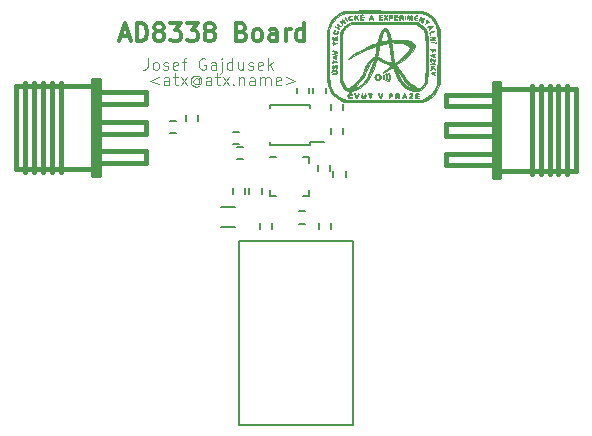
<source format=gto>
G04 #@! TF.FileFunction,Legend,Top*
%FSLAX46Y46*%
G04 Gerber Fmt 4.6, Leading zero omitted, Abs format (unit mm)*
G04 Created by KiCad (PCBNEW 4.0.2-stable) date Mon 06 Jun 2016 07:54:09 AM CEST*
%MOMM*%
G01*
G04 APERTURE LIST*
%ADD10C,0.050000*%
%ADD11C,0.100000*%
%ADD12C,0.300000*%
%ADD13C,0.381000*%
%ADD14C,0.150000*%
%ADD15C,0.010000*%
G04 APERTURE END LIST*
D10*
D11*
X17695238Y-18385714D02*
X16933333Y-18671429D01*
X17695238Y-18957143D01*
X18600000Y-19052381D02*
X18600000Y-18528571D01*
X18552381Y-18433333D01*
X18457143Y-18385714D01*
X18266666Y-18385714D01*
X18171428Y-18433333D01*
X18600000Y-19004762D02*
X18504762Y-19052381D01*
X18266666Y-19052381D01*
X18171428Y-19004762D01*
X18123809Y-18909524D01*
X18123809Y-18814286D01*
X18171428Y-18719048D01*
X18266666Y-18671429D01*
X18504762Y-18671429D01*
X18600000Y-18623810D01*
X18933333Y-18385714D02*
X19314285Y-18385714D01*
X19076190Y-18052381D02*
X19076190Y-18909524D01*
X19123809Y-19004762D01*
X19219047Y-19052381D01*
X19314285Y-19052381D01*
X19552381Y-19052381D02*
X20076191Y-18385714D01*
X19552381Y-18385714D02*
X20076191Y-19052381D01*
X21076191Y-18576190D02*
X21028572Y-18528571D01*
X20933334Y-18480952D01*
X20838096Y-18480952D01*
X20742858Y-18528571D01*
X20695238Y-18576190D01*
X20647619Y-18671429D01*
X20647619Y-18766667D01*
X20695238Y-18861905D01*
X20742858Y-18909524D01*
X20838096Y-18957143D01*
X20933334Y-18957143D01*
X21028572Y-18909524D01*
X21076191Y-18861905D01*
X21076191Y-18480952D02*
X21076191Y-18861905D01*
X21123810Y-18909524D01*
X21171429Y-18909524D01*
X21266667Y-18861905D01*
X21314286Y-18766667D01*
X21314286Y-18528571D01*
X21219048Y-18385714D01*
X21076191Y-18290476D01*
X20885715Y-18242857D01*
X20695238Y-18290476D01*
X20552381Y-18385714D01*
X20457143Y-18528571D01*
X20409524Y-18719048D01*
X20457143Y-18909524D01*
X20552381Y-19052381D01*
X20695238Y-19147619D01*
X20885715Y-19195238D01*
X21076191Y-19147619D01*
X21219048Y-19052381D01*
X22171429Y-19052381D02*
X22171429Y-18528571D01*
X22123810Y-18433333D01*
X22028572Y-18385714D01*
X21838095Y-18385714D01*
X21742857Y-18433333D01*
X22171429Y-19004762D02*
X22076191Y-19052381D01*
X21838095Y-19052381D01*
X21742857Y-19004762D01*
X21695238Y-18909524D01*
X21695238Y-18814286D01*
X21742857Y-18719048D01*
X21838095Y-18671429D01*
X22076191Y-18671429D01*
X22171429Y-18623810D01*
X22504762Y-18385714D02*
X22885714Y-18385714D01*
X22647619Y-18052381D02*
X22647619Y-18909524D01*
X22695238Y-19004762D01*
X22790476Y-19052381D01*
X22885714Y-19052381D01*
X23123810Y-19052381D02*
X23647620Y-18385714D01*
X23123810Y-18385714D02*
X23647620Y-19052381D01*
X24028572Y-18957143D02*
X24076191Y-19004762D01*
X24028572Y-19052381D01*
X23980953Y-19004762D01*
X24028572Y-18957143D01*
X24028572Y-19052381D01*
X24504762Y-18385714D02*
X24504762Y-19052381D01*
X24504762Y-18480952D02*
X24552381Y-18433333D01*
X24647619Y-18385714D01*
X24790477Y-18385714D01*
X24885715Y-18433333D01*
X24933334Y-18528571D01*
X24933334Y-19052381D01*
X25838096Y-19052381D02*
X25838096Y-18528571D01*
X25790477Y-18433333D01*
X25695239Y-18385714D01*
X25504762Y-18385714D01*
X25409524Y-18433333D01*
X25838096Y-19004762D02*
X25742858Y-19052381D01*
X25504762Y-19052381D01*
X25409524Y-19004762D01*
X25361905Y-18909524D01*
X25361905Y-18814286D01*
X25409524Y-18719048D01*
X25504762Y-18671429D01*
X25742858Y-18671429D01*
X25838096Y-18623810D01*
X26314286Y-19052381D02*
X26314286Y-18385714D01*
X26314286Y-18480952D02*
X26361905Y-18433333D01*
X26457143Y-18385714D01*
X26600001Y-18385714D01*
X26695239Y-18433333D01*
X26742858Y-18528571D01*
X26742858Y-19052381D01*
X26742858Y-18528571D02*
X26790477Y-18433333D01*
X26885715Y-18385714D01*
X27028572Y-18385714D01*
X27123810Y-18433333D01*
X27171429Y-18528571D01*
X27171429Y-19052381D01*
X28028572Y-19004762D02*
X27933334Y-19052381D01*
X27742857Y-19052381D01*
X27647619Y-19004762D01*
X27600000Y-18909524D01*
X27600000Y-18528571D01*
X27647619Y-18433333D01*
X27742857Y-18385714D01*
X27933334Y-18385714D01*
X28028572Y-18433333D01*
X28076191Y-18528571D01*
X28076191Y-18623810D01*
X27600000Y-18719048D01*
X28504762Y-18385714D02*
X29266667Y-18671429D01*
X28504762Y-18957143D01*
X16757143Y-16752381D02*
X16757143Y-17466667D01*
X16709523Y-17609524D01*
X16614285Y-17704762D01*
X16471428Y-17752381D01*
X16376190Y-17752381D01*
X17376190Y-17752381D02*
X17280952Y-17704762D01*
X17233333Y-17657143D01*
X17185714Y-17561905D01*
X17185714Y-17276190D01*
X17233333Y-17180952D01*
X17280952Y-17133333D01*
X17376190Y-17085714D01*
X17519048Y-17085714D01*
X17614286Y-17133333D01*
X17661905Y-17180952D01*
X17709524Y-17276190D01*
X17709524Y-17561905D01*
X17661905Y-17657143D01*
X17614286Y-17704762D01*
X17519048Y-17752381D01*
X17376190Y-17752381D01*
X18090476Y-17704762D02*
X18185714Y-17752381D01*
X18376190Y-17752381D01*
X18471429Y-17704762D01*
X18519048Y-17609524D01*
X18519048Y-17561905D01*
X18471429Y-17466667D01*
X18376190Y-17419048D01*
X18233333Y-17419048D01*
X18138095Y-17371429D01*
X18090476Y-17276190D01*
X18090476Y-17228571D01*
X18138095Y-17133333D01*
X18233333Y-17085714D01*
X18376190Y-17085714D01*
X18471429Y-17133333D01*
X19328572Y-17704762D02*
X19233334Y-17752381D01*
X19042857Y-17752381D01*
X18947619Y-17704762D01*
X18900000Y-17609524D01*
X18900000Y-17228571D01*
X18947619Y-17133333D01*
X19042857Y-17085714D01*
X19233334Y-17085714D01*
X19328572Y-17133333D01*
X19376191Y-17228571D01*
X19376191Y-17323810D01*
X18900000Y-17419048D01*
X19661905Y-17085714D02*
X20042857Y-17085714D01*
X19804762Y-17752381D02*
X19804762Y-16895238D01*
X19852381Y-16800000D01*
X19947619Y-16752381D01*
X20042857Y-16752381D01*
X21661906Y-16800000D02*
X21566668Y-16752381D01*
X21423811Y-16752381D01*
X21280953Y-16800000D01*
X21185715Y-16895238D01*
X21138096Y-16990476D01*
X21090477Y-17180952D01*
X21090477Y-17323810D01*
X21138096Y-17514286D01*
X21185715Y-17609524D01*
X21280953Y-17704762D01*
X21423811Y-17752381D01*
X21519049Y-17752381D01*
X21661906Y-17704762D01*
X21709525Y-17657143D01*
X21709525Y-17323810D01*
X21519049Y-17323810D01*
X22566668Y-17752381D02*
X22566668Y-17228571D01*
X22519049Y-17133333D01*
X22423811Y-17085714D01*
X22233334Y-17085714D01*
X22138096Y-17133333D01*
X22566668Y-17704762D02*
X22471430Y-17752381D01*
X22233334Y-17752381D01*
X22138096Y-17704762D01*
X22090477Y-17609524D01*
X22090477Y-17514286D01*
X22138096Y-17419048D01*
X22233334Y-17371429D01*
X22471430Y-17371429D01*
X22566668Y-17323810D01*
X23042858Y-17085714D02*
X23042858Y-17942857D01*
X22995239Y-18038095D01*
X22900001Y-18085714D01*
X22852382Y-18085714D01*
X23042858Y-16752381D02*
X22995239Y-16800000D01*
X23042858Y-16847619D01*
X23090477Y-16800000D01*
X23042858Y-16752381D01*
X23042858Y-16847619D01*
X23947620Y-17752381D02*
X23947620Y-16752381D01*
X23947620Y-17704762D02*
X23852382Y-17752381D01*
X23661905Y-17752381D01*
X23566667Y-17704762D01*
X23519048Y-17657143D01*
X23471429Y-17561905D01*
X23471429Y-17276190D01*
X23519048Y-17180952D01*
X23566667Y-17133333D01*
X23661905Y-17085714D01*
X23852382Y-17085714D01*
X23947620Y-17133333D01*
X24852382Y-17085714D02*
X24852382Y-17752381D01*
X24423810Y-17085714D02*
X24423810Y-17609524D01*
X24471429Y-17704762D01*
X24566667Y-17752381D01*
X24709525Y-17752381D01*
X24804763Y-17704762D01*
X24852382Y-17657143D01*
X25280953Y-17704762D02*
X25376191Y-17752381D01*
X25566667Y-17752381D01*
X25661906Y-17704762D01*
X25709525Y-17609524D01*
X25709525Y-17561905D01*
X25661906Y-17466667D01*
X25566667Y-17419048D01*
X25423810Y-17419048D01*
X25328572Y-17371429D01*
X25280953Y-17276190D01*
X25280953Y-17228571D01*
X25328572Y-17133333D01*
X25423810Y-17085714D01*
X25566667Y-17085714D01*
X25661906Y-17133333D01*
X26519049Y-17704762D02*
X26423811Y-17752381D01*
X26233334Y-17752381D01*
X26138096Y-17704762D01*
X26090477Y-17609524D01*
X26090477Y-17228571D01*
X26138096Y-17133333D01*
X26233334Y-17085714D01*
X26423811Y-17085714D01*
X26519049Y-17133333D01*
X26566668Y-17228571D01*
X26566668Y-17323810D01*
X26090477Y-17419048D01*
X26995239Y-17752381D02*
X26995239Y-16752381D01*
X27090477Y-17371429D02*
X27376192Y-17752381D01*
X27376192Y-17085714D02*
X26995239Y-17466667D01*
D12*
X14514287Y-14900000D02*
X15228573Y-14900000D01*
X14371430Y-15328571D02*
X14871430Y-13828571D01*
X15371430Y-15328571D01*
X15871430Y-15328571D02*
X15871430Y-13828571D01*
X16228573Y-13828571D01*
X16442858Y-13900000D01*
X16585716Y-14042857D01*
X16657144Y-14185714D01*
X16728573Y-14471429D01*
X16728573Y-14685714D01*
X16657144Y-14971429D01*
X16585716Y-15114286D01*
X16442858Y-15257143D01*
X16228573Y-15328571D01*
X15871430Y-15328571D01*
X17585716Y-14471429D02*
X17442858Y-14400000D01*
X17371430Y-14328571D01*
X17300001Y-14185714D01*
X17300001Y-14114286D01*
X17371430Y-13971429D01*
X17442858Y-13900000D01*
X17585716Y-13828571D01*
X17871430Y-13828571D01*
X18014287Y-13900000D01*
X18085716Y-13971429D01*
X18157144Y-14114286D01*
X18157144Y-14185714D01*
X18085716Y-14328571D01*
X18014287Y-14400000D01*
X17871430Y-14471429D01*
X17585716Y-14471429D01*
X17442858Y-14542857D01*
X17371430Y-14614286D01*
X17300001Y-14757143D01*
X17300001Y-15042857D01*
X17371430Y-15185714D01*
X17442858Y-15257143D01*
X17585716Y-15328571D01*
X17871430Y-15328571D01*
X18014287Y-15257143D01*
X18085716Y-15185714D01*
X18157144Y-15042857D01*
X18157144Y-14757143D01*
X18085716Y-14614286D01*
X18014287Y-14542857D01*
X17871430Y-14471429D01*
X18657144Y-13828571D02*
X19585715Y-13828571D01*
X19085715Y-14400000D01*
X19300001Y-14400000D01*
X19442858Y-14471429D01*
X19514287Y-14542857D01*
X19585715Y-14685714D01*
X19585715Y-15042857D01*
X19514287Y-15185714D01*
X19442858Y-15257143D01*
X19300001Y-15328571D01*
X18871429Y-15328571D01*
X18728572Y-15257143D01*
X18657144Y-15185714D01*
X20085715Y-13828571D02*
X21014286Y-13828571D01*
X20514286Y-14400000D01*
X20728572Y-14400000D01*
X20871429Y-14471429D01*
X20942858Y-14542857D01*
X21014286Y-14685714D01*
X21014286Y-15042857D01*
X20942858Y-15185714D01*
X20871429Y-15257143D01*
X20728572Y-15328571D01*
X20300000Y-15328571D01*
X20157143Y-15257143D01*
X20085715Y-15185714D01*
X21871429Y-14471429D02*
X21728571Y-14400000D01*
X21657143Y-14328571D01*
X21585714Y-14185714D01*
X21585714Y-14114286D01*
X21657143Y-13971429D01*
X21728571Y-13900000D01*
X21871429Y-13828571D01*
X22157143Y-13828571D01*
X22300000Y-13900000D01*
X22371429Y-13971429D01*
X22442857Y-14114286D01*
X22442857Y-14185714D01*
X22371429Y-14328571D01*
X22300000Y-14400000D01*
X22157143Y-14471429D01*
X21871429Y-14471429D01*
X21728571Y-14542857D01*
X21657143Y-14614286D01*
X21585714Y-14757143D01*
X21585714Y-15042857D01*
X21657143Y-15185714D01*
X21728571Y-15257143D01*
X21871429Y-15328571D01*
X22157143Y-15328571D01*
X22300000Y-15257143D01*
X22371429Y-15185714D01*
X22442857Y-15042857D01*
X22442857Y-14757143D01*
X22371429Y-14614286D01*
X22300000Y-14542857D01*
X22157143Y-14471429D01*
X24728571Y-14542857D02*
X24942857Y-14614286D01*
X25014285Y-14685714D01*
X25085714Y-14828571D01*
X25085714Y-15042857D01*
X25014285Y-15185714D01*
X24942857Y-15257143D01*
X24799999Y-15328571D01*
X24228571Y-15328571D01*
X24228571Y-13828571D01*
X24728571Y-13828571D01*
X24871428Y-13900000D01*
X24942857Y-13971429D01*
X25014285Y-14114286D01*
X25014285Y-14257143D01*
X24942857Y-14400000D01*
X24871428Y-14471429D01*
X24728571Y-14542857D01*
X24228571Y-14542857D01*
X25942857Y-15328571D02*
X25799999Y-15257143D01*
X25728571Y-15185714D01*
X25657142Y-15042857D01*
X25657142Y-14614286D01*
X25728571Y-14471429D01*
X25799999Y-14400000D01*
X25942857Y-14328571D01*
X26157142Y-14328571D01*
X26299999Y-14400000D01*
X26371428Y-14471429D01*
X26442857Y-14614286D01*
X26442857Y-15042857D01*
X26371428Y-15185714D01*
X26299999Y-15257143D01*
X26157142Y-15328571D01*
X25942857Y-15328571D01*
X27728571Y-15328571D02*
X27728571Y-14542857D01*
X27657142Y-14400000D01*
X27514285Y-14328571D01*
X27228571Y-14328571D01*
X27085714Y-14400000D01*
X27728571Y-15257143D02*
X27585714Y-15328571D01*
X27228571Y-15328571D01*
X27085714Y-15257143D01*
X27014285Y-15114286D01*
X27014285Y-14971429D01*
X27085714Y-14828571D01*
X27228571Y-14757143D01*
X27585714Y-14757143D01*
X27728571Y-14685714D01*
X28442857Y-15328571D02*
X28442857Y-14328571D01*
X28442857Y-14614286D02*
X28514285Y-14471429D01*
X28585714Y-14400000D01*
X28728571Y-14328571D01*
X28871428Y-14328571D01*
X30014285Y-15328571D02*
X30014285Y-13828571D01*
X30014285Y-15257143D02*
X29871428Y-15328571D01*
X29585714Y-15328571D01*
X29442856Y-15257143D01*
X29371428Y-15185714D01*
X29299999Y-15042857D01*
X29299999Y-14614286D01*
X29371428Y-14471429D01*
X29442856Y-14400000D01*
X29585714Y-14328571D01*
X29871428Y-14328571D01*
X30014285Y-14400000D01*
D13*
X52300300Y-19100960D02*
X52300300Y-26599040D01*
X51551000Y-26599040D02*
X51551000Y-19100960D01*
X50799160Y-19100960D02*
X50799160Y-26599040D01*
X49300560Y-26599040D02*
X49300560Y-19100960D01*
X50049860Y-19100960D02*
X50049860Y-26599040D01*
X53049600Y-26350120D02*
X53049600Y-19349880D01*
X53049600Y-19349880D02*
X52549220Y-19349880D01*
X46549740Y-26850500D02*
X46049360Y-26850500D01*
X46549740Y-18849500D02*
X46049360Y-18849500D01*
X46300820Y-18849500D02*
X46300820Y-26850500D01*
X46549740Y-26850500D02*
X46549740Y-18849500D01*
X46049360Y-20851020D02*
X42048860Y-20851020D01*
X42048860Y-20851020D02*
X42048860Y-19850260D01*
X42048860Y-19850260D02*
X46049360Y-19850260D01*
X46049360Y-23350380D02*
X42048860Y-23350380D01*
X42048860Y-23350380D02*
X42048860Y-22349620D01*
X42048860Y-22349620D02*
X46049360Y-22349620D01*
X46049360Y-25849740D02*
X42048860Y-25849740D01*
X42048860Y-25849740D02*
X42048860Y-24848980D01*
X42048860Y-24848980D02*
X46049360Y-24848980D01*
X53049600Y-26350120D02*
X46049360Y-26350120D01*
X46049360Y-26850500D02*
X46049360Y-18849500D01*
X46049360Y-19349880D02*
X52549220Y-19349880D01*
D14*
X30450000Y-25150000D02*
X30450000Y-25675000D01*
X27150000Y-28450000D02*
X27150000Y-27925000D01*
X30450000Y-28450000D02*
X30450000Y-27925000D01*
X27150000Y-25150000D02*
X27675000Y-25150000D01*
X27150000Y-28450000D02*
X27675000Y-28450000D01*
X30450000Y-28450000D02*
X29925000Y-28450000D01*
X30450000Y-25150000D02*
X29925000Y-25150000D01*
X30475000Y-24075000D02*
X30475000Y-23825000D01*
X27125000Y-24075000D02*
X27125000Y-23825000D01*
X27125000Y-20725000D02*
X27125000Y-20975000D01*
X30475000Y-20725000D02*
X30475000Y-20975000D01*
X30475000Y-24075000D02*
X27125000Y-24075000D01*
X30475000Y-20725000D02*
X27125000Y-20725000D01*
X30475000Y-23825000D02*
X31725000Y-23825000D01*
X24474000Y-32222000D02*
X34126000Y-32222000D01*
X34126021Y-47800000D02*
X24473979Y-47800000D01*
X24474000Y-47785848D02*
X24474000Y-32222000D01*
X34126000Y-32222000D02*
X34126000Y-47779500D01*
X19975000Y-21550000D02*
X19975000Y-22050000D01*
X21025000Y-22050000D02*
X21025000Y-21550000D01*
X32275000Y-22650000D02*
X32275000Y-23150000D01*
X33325000Y-23150000D02*
X33325000Y-22650000D01*
X32275000Y-20650000D02*
X32275000Y-21150000D01*
X33325000Y-21150000D02*
X33325000Y-20650000D01*
X32225000Y-26350000D02*
X32225000Y-25850000D01*
X31175000Y-25850000D02*
X31175000Y-26350000D01*
X33525000Y-26850000D02*
X33525000Y-26350000D01*
X32475000Y-26350000D02*
X32475000Y-26850000D01*
X31275000Y-30750000D02*
X31275000Y-31250000D01*
X32325000Y-31250000D02*
X32325000Y-30750000D01*
X27325000Y-31250000D02*
X27325000Y-30750000D01*
X26275000Y-30750000D02*
X26275000Y-31250000D01*
D13*
X6399700Y-26399040D02*
X6399700Y-18900960D01*
X7149000Y-18900960D02*
X7149000Y-26399040D01*
X7900840Y-26399040D02*
X7900840Y-18900960D01*
X9399440Y-18900960D02*
X9399440Y-26399040D01*
X8650140Y-26399040D02*
X8650140Y-18900960D01*
X5650400Y-19149880D02*
X5650400Y-26150120D01*
X5650400Y-26150120D02*
X6150780Y-26150120D01*
X12150260Y-18649500D02*
X12650640Y-18649500D01*
X12150260Y-26650500D02*
X12650640Y-26650500D01*
X12399180Y-26650500D02*
X12399180Y-18649500D01*
X12150260Y-18649500D02*
X12150260Y-26650500D01*
X12650640Y-24648980D02*
X16651140Y-24648980D01*
X16651140Y-24648980D02*
X16651140Y-25649740D01*
X16651140Y-25649740D02*
X12650640Y-25649740D01*
X12650640Y-22149620D02*
X16651140Y-22149620D01*
X16651140Y-22149620D02*
X16651140Y-23150380D01*
X16651140Y-23150380D02*
X12650640Y-23150380D01*
X12650640Y-19650260D02*
X16651140Y-19650260D01*
X16651140Y-19650260D02*
X16651140Y-20651020D01*
X16651140Y-20651020D02*
X12650640Y-20651020D01*
X5650400Y-19149880D02*
X12650640Y-19149880D01*
X12650640Y-18649500D02*
X12650640Y-26650500D01*
X12650640Y-26150120D02*
X6150780Y-26150120D01*
D14*
X18650000Y-23125000D02*
X19150000Y-23125000D01*
X19150000Y-22075000D02*
X18650000Y-22075000D01*
X30775000Y-19250000D02*
X30775000Y-19750000D01*
X31825000Y-19750000D02*
X31825000Y-19250000D01*
X24000000Y-24025000D02*
X24500000Y-24025000D01*
X24500000Y-22975000D02*
X24000000Y-22975000D01*
X23975000Y-27750000D02*
X23975000Y-28250000D01*
X25025000Y-28250000D02*
X25025000Y-27750000D01*
X25375000Y-27750000D02*
X25375000Y-28250000D01*
X26425000Y-28250000D02*
X26425000Y-27750000D01*
X30050000Y-29725000D02*
X29550000Y-29725000D01*
X29550000Y-30775000D02*
X30050000Y-30775000D01*
X24350000Y-25325000D02*
X24850000Y-25325000D01*
X24850000Y-24275000D02*
X24350000Y-24275000D01*
X29375000Y-19250000D02*
X29375000Y-19750000D01*
X30425000Y-19750000D02*
X30425000Y-19250000D01*
X22950000Y-29325000D02*
X24150000Y-29325000D01*
X24150000Y-31075000D02*
X22950000Y-31075000D01*
D15*
G36*
X35620927Y-12726688D02*
X36149605Y-12728072D01*
X36762816Y-12730374D01*
X36845729Y-12730720D01*
X39955818Y-12743818D01*
X40225689Y-12852664D01*
X40587550Y-13046317D01*
X40910111Y-13312949D01*
X41176872Y-13636035D01*
X41371332Y-13999048D01*
X41372032Y-14000781D01*
X41479818Y-14267818D01*
X41479818Y-18978364D01*
X41372032Y-19245401D01*
X41177942Y-19608560D01*
X40911475Y-19931867D01*
X40589132Y-20198796D01*
X40227414Y-20392821D01*
X40225689Y-20393518D01*
X39955818Y-20502364D01*
X36815454Y-20511648D01*
X36183654Y-20513262D01*
X35637504Y-20514023D01*
X35170293Y-20513813D01*
X34775310Y-20512515D01*
X34445845Y-20510011D01*
X34175188Y-20506184D01*
X33956627Y-20500917D01*
X33783452Y-20494090D01*
X33648952Y-20485588D01*
X33546416Y-20475292D01*
X33469134Y-20463085D01*
X33422210Y-20452199D01*
X33029601Y-20299303D01*
X32683308Y-20071290D01*
X32392748Y-19777717D01*
X32167334Y-19428140D01*
X32016479Y-19032112D01*
X32014065Y-19022931D01*
X31994877Y-18899959D01*
X31978376Y-18696742D01*
X31964561Y-18425362D01*
X31953433Y-18097900D01*
X31944991Y-17726435D01*
X31939237Y-17323048D01*
X31936168Y-16899821D01*
X31935785Y-16468833D01*
X31938089Y-16042165D01*
X31943079Y-15631898D01*
X31950755Y-15250113D01*
X31961119Y-14908889D01*
X31974168Y-14620308D01*
X31989905Y-14396450D01*
X32000233Y-14314000D01*
X32151091Y-14314000D01*
X32151091Y-16623091D01*
X32151150Y-17143930D01*
X32151560Y-17580814D01*
X32152672Y-17942151D01*
X32154835Y-18236351D01*
X32158399Y-18471822D01*
X32163715Y-18656973D01*
X32171132Y-18800212D01*
X32181001Y-18909948D01*
X32193672Y-18994589D01*
X32209494Y-19062545D01*
X32228817Y-19122223D01*
X32251993Y-19182034D01*
X32258260Y-19197573D01*
X32384119Y-19432506D01*
X32566138Y-19676278D01*
X32777808Y-19898122D01*
X32992624Y-20067274D01*
X33024267Y-20086662D01*
X33106517Y-20134123D01*
X33184508Y-20175151D01*
X33265288Y-20210193D01*
X33355902Y-20239695D01*
X33463401Y-20264104D01*
X33594830Y-20283866D01*
X33757238Y-20299428D01*
X33957672Y-20311237D01*
X34203181Y-20319739D01*
X34500810Y-20325381D01*
X34857609Y-20328610D01*
X35280625Y-20329872D01*
X35776905Y-20329614D01*
X36353498Y-20328283D01*
X36815454Y-20326931D01*
X39909636Y-20317637D01*
X40186727Y-20206405D01*
X40447230Y-20064083D01*
X40705660Y-19856965D01*
X40937271Y-19609799D01*
X41117319Y-19347326D01*
X41183860Y-19209273D01*
X41209671Y-19143675D01*
X41231201Y-19081049D01*
X41248901Y-19012623D01*
X41263222Y-18929623D01*
X41274617Y-18823280D01*
X41283536Y-18684820D01*
X41290432Y-18505471D01*
X41295755Y-18276462D01*
X41299958Y-17989020D01*
X41303492Y-17634375D01*
X41306809Y-17203752D01*
X41309861Y-16761637D01*
X41313167Y-16216585D01*
X41314634Y-15755249D01*
X41313625Y-15368986D01*
X41309506Y-15049156D01*
X41301638Y-14787117D01*
X41289387Y-14574229D01*
X41272117Y-14401850D01*
X41249190Y-14261340D01*
X41219971Y-14144058D01*
X41183824Y-14041361D01*
X41140112Y-13944611D01*
X41096247Y-13860057D01*
X40937771Y-13630853D01*
X40719883Y-13402979D01*
X40471999Y-13202787D01*
X40223535Y-13056630D01*
X40176779Y-13036370D01*
X39909636Y-12928546D01*
X33536545Y-12928546D01*
X33259454Y-13039777D01*
X32998951Y-13182100D01*
X32740522Y-13389217D01*
X32508911Y-13636384D01*
X32328862Y-13898856D01*
X32262322Y-14036909D01*
X32151091Y-14314000D01*
X32000233Y-14314000D01*
X32008327Y-14249395D01*
X32014065Y-14223251D01*
X32163986Y-13823074D01*
X32388348Y-13472097D01*
X32678806Y-13178633D01*
X33027015Y-12950997D01*
X33424630Y-12797503D01*
X33452504Y-12790158D01*
X33518588Y-12775657D01*
X33599617Y-12763294D01*
X33702550Y-12752945D01*
X33834346Y-12744490D01*
X34001964Y-12737806D01*
X34212361Y-12732771D01*
X34472498Y-12729264D01*
X34789332Y-12727162D01*
X35169822Y-12726344D01*
X35620927Y-12726688D01*
X35620927Y-12726688D01*
G37*
X35620927Y-12726688D02*
X36149605Y-12728072D01*
X36762816Y-12730374D01*
X36845729Y-12730720D01*
X39955818Y-12743818D01*
X40225689Y-12852664D01*
X40587550Y-13046317D01*
X40910111Y-13312949D01*
X41176872Y-13636035D01*
X41371332Y-13999048D01*
X41372032Y-14000781D01*
X41479818Y-14267818D01*
X41479818Y-18978364D01*
X41372032Y-19245401D01*
X41177942Y-19608560D01*
X40911475Y-19931867D01*
X40589132Y-20198796D01*
X40227414Y-20392821D01*
X40225689Y-20393518D01*
X39955818Y-20502364D01*
X36815454Y-20511648D01*
X36183654Y-20513262D01*
X35637504Y-20514023D01*
X35170293Y-20513813D01*
X34775310Y-20512515D01*
X34445845Y-20510011D01*
X34175188Y-20506184D01*
X33956627Y-20500917D01*
X33783452Y-20494090D01*
X33648952Y-20485588D01*
X33546416Y-20475292D01*
X33469134Y-20463085D01*
X33422210Y-20452199D01*
X33029601Y-20299303D01*
X32683308Y-20071290D01*
X32392748Y-19777717D01*
X32167334Y-19428140D01*
X32016479Y-19032112D01*
X32014065Y-19022931D01*
X31994877Y-18899959D01*
X31978376Y-18696742D01*
X31964561Y-18425362D01*
X31953433Y-18097900D01*
X31944991Y-17726435D01*
X31939237Y-17323048D01*
X31936168Y-16899821D01*
X31935785Y-16468833D01*
X31938089Y-16042165D01*
X31943079Y-15631898D01*
X31950755Y-15250113D01*
X31961119Y-14908889D01*
X31974168Y-14620308D01*
X31989905Y-14396450D01*
X32000233Y-14314000D01*
X32151091Y-14314000D01*
X32151091Y-16623091D01*
X32151150Y-17143930D01*
X32151560Y-17580814D01*
X32152672Y-17942151D01*
X32154835Y-18236351D01*
X32158399Y-18471822D01*
X32163715Y-18656973D01*
X32171132Y-18800212D01*
X32181001Y-18909948D01*
X32193672Y-18994589D01*
X32209494Y-19062545D01*
X32228817Y-19122223D01*
X32251993Y-19182034D01*
X32258260Y-19197573D01*
X32384119Y-19432506D01*
X32566138Y-19676278D01*
X32777808Y-19898122D01*
X32992624Y-20067274D01*
X33024267Y-20086662D01*
X33106517Y-20134123D01*
X33184508Y-20175151D01*
X33265288Y-20210193D01*
X33355902Y-20239695D01*
X33463401Y-20264104D01*
X33594830Y-20283866D01*
X33757238Y-20299428D01*
X33957672Y-20311237D01*
X34203181Y-20319739D01*
X34500810Y-20325381D01*
X34857609Y-20328610D01*
X35280625Y-20329872D01*
X35776905Y-20329614D01*
X36353498Y-20328283D01*
X36815454Y-20326931D01*
X39909636Y-20317637D01*
X40186727Y-20206405D01*
X40447230Y-20064083D01*
X40705660Y-19856965D01*
X40937271Y-19609799D01*
X41117319Y-19347326D01*
X41183860Y-19209273D01*
X41209671Y-19143675D01*
X41231201Y-19081049D01*
X41248901Y-19012623D01*
X41263222Y-18929623D01*
X41274617Y-18823280D01*
X41283536Y-18684820D01*
X41290432Y-18505471D01*
X41295755Y-18276462D01*
X41299958Y-17989020D01*
X41303492Y-17634375D01*
X41306809Y-17203752D01*
X41309861Y-16761637D01*
X41313167Y-16216585D01*
X41314634Y-15755249D01*
X41313625Y-15368986D01*
X41309506Y-15049156D01*
X41301638Y-14787117D01*
X41289387Y-14574229D01*
X41272117Y-14401850D01*
X41249190Y-14261340D01*
X41219971Y-14144058D01*
X41183824Y-14041361D01*
X41140112Y-13944611D01*
X41096247Y-13860057D01*
X40937771Y-13630853D01*
X40719883Y-13402979D01*
X40471999Y-13202787D01*
X40223535Y-13056630D01*
X40176779Y-13036370D01*
X39909636Y-12928546D01*
X33536545Y-12928546D01*
X33259454Y-13039777D01*
X32998951Y-13182100D01*
X32740522Y-13389217D01*
X32508911Y-13636384D01*
X32328862Y-13898856D01*
X32262322Y-14036909D01*
X32151091Y-14314000D01*
X32000233Y-14314000D01*
X32008327Y-14249395D01*
X32014065Y-14223251D01*
X32163986Y-13823074D01*
X32388348Y-13472097D01*
X32678806Y-13178633D01*
X33027015Y-12950997D01*
X33424630Y-12797503D01*
X33452504Y-12790158D01*
X33518588Y-12775657D01*
X33599617Y-12763294D01*
X33702550Y-12752945D01*
X33834346Y-12744490D01*
X34001964Y-12737806D01*
X34212361Y-12732771D01*
X34472498Y-12729264D01*
X34789332Y-12727162D01*
X35169822Y-12726344D01*
X35620927Y-12726688D01*
G36*
X33949720Y-19663643D02*
X33955172Y-19689343D01*
X33967467Y-19738253D01*
X33998629Y-19757166D01*
X34065116Y-19802844D01*
X34053617Y-19842310D01*
X33977509Y-19855774D01*
X33935737Y-19850220D01*
X33819289Y-19855453D01*
X33768484Y-19917712D01*
X33794410Y-20019493D01*
X33811811Y-20045859D01*
X33869800Y-20101849D01*
X33930670Y-20080863D01*
X33948300Y-20066858D01*
X34023397Y-20028985D01*
X34062338Y-20049104D01*
X34046444Y-20106746D01*
X33982592Y-20142117D01*
X33878695Y-20156000D01*
X33761970Y-20131417D01*
X33703586Y-20053814D01*
X33682823Y-19918450D01*
X33715261Y-19805607D01*
X33773597Y-19754707D01*
X33815345Y-19711013D01*
X33810645Y-19689343D01*
X33827677Y-19657018D01*
X33882909Y-19648000D01*
X33949720Y-19663643D01*
X33949720Y-19663643D01*
G37*
X33949720Y-19663643D02*
X33955172Y-19689343D01*
X33967467Y-19738253D01*
X33998629Y-19757166D01*
X34065116Y-19802844D01*
X34053617Y-19842310D01*
X33977509Y-19855774D01*
X33935737Y-19850220D01*
X33819289Y-19855453D01*
X33768484Y-19917712D01*
X33794410Y-20019493D01*
X33811811Y-20045859D01*
X33869800Y-20101849D01*
X33930670Y-20080863D01*
X33948300Y-20066858D01*
X34023397Y-20028985D01*
X34062338Y-20049104D01*
X34046444Y-20106746D01*
X33982592Y-20142117D01*
X33878695Y-20156000D01*
X33761970Y-20131417D01*
X33703586Y-20053814D01*
X33682823Y-19918450D01*
X33715261Y-19805607D01*
X33773597Y-19754707D01*
X33815345Y-19711013D01*
X33810645Y-19689343D01*
X33827677Y-19657018D01*
X33882909Y-19648000D01*
X33949720Y-19663643D01*
G36*
X34334432Y-19778712D02*
X34388036Y-19872557D01*
X34394571Y-19887751D01*
X34455621Y-20035138D01*
X34515761Y-19887751D01*
X34574569Y-19772995D01*
X34614787Y-19742272D01*
X34627214Y-19787729D01*
X34602653Y-19901514D01*
X34586554Y-19948182D01*
X34517486Y-20094441D01*
X34452928Y-20148683D01*
X34393099Y-20110832D01*
X34353968Y-20029000D01*
X34308154Y-19905759D01*
X34275237Y-19821182D01*
X34267816Y-19755166D01*
X34288001Y-19740364D01*
X34334432Y-19778712D01*
X34334432Y-19778712D01*
G37*
X34334432Y-19778712D02*
X34388036Y-19872557D01*
X34394571Y-19887751D01*
X34455621Y-20035138D01*
X34515761Y-19887751D01*
X34574569Y-19772995D01*
X34614787Y-19742272D01*
X34627214Y-19787729D01*
X34602653Y-19901514D01*
X34586554Y-19948182D01*
X34517486Y-20094441D01*
X34452928Y-20148683D01*
X34393099Y-20110832D01*
X34353968Y-20029000D01*
X34308154Y-19905759D01*
X34275237Y-19821182D01*
X34267816Y-19755166D01*
X34288001Y-19740364D01*
X34334432Y-19778712D01*
G36*
X34927415Y-19781210D02*
X34950572Y-19882476D01*
X34953848Y-19913546D01*
X34981326Y-20043025D01*
X35035996Y-20086709D01*
X35037454Y-20086728D01*
X35092714Y-20044824D01*
X35120752Y-19917187D01*
X35121060Y-19913546D01*
X35144107Y-19793669D01*
X35178263Y-19744125D01*
X35209096Y-19770396D01*
X35222182Y-19875132D01*
X35206757Y-20037361D01*
X35154195Y-20126036D01*
X35055067Y-20155712D01*
X35040210Y-20156000D01*
X34936284Y-20145734D01*
X34883515Y-20125212D01*
X34860951Y-20061508D01*
X34853118Y-19955273D01*
X34858827Y-19842846D01*
X34876886Y-19760565D01*
X34896121Y-19740364D01*
X34927415Y-19781210D01*
X34927415Y-19781210D01*
G37*
X34927415Y-19781210D02*
X34950572Y-19882476D01*
X34953848Y-19913546D01*
X34981326Y-20043025D01*
X35035996Y-20086709D01*
X35037454Y-20086728D01*
X35092714Y-20044824D01*
X35120752Y-19917187D01*
X35121060Y-19913546D01*
X35144107Y-19793669D01*
X35178263Y-19744125D01*
X35209096Y-19770396D01*
X35222182Y-19875132D01*
X35206757Y-20037361D01*
X35154195Y-20126036D01*
X35055067Y-20155712D01*
X35040210Y-20156000D01*
X34936284Y-20145734D01*
X34883515Y-20125212D01*
X34860951Y-20061508D01*
X34853118Y-19955273D01*
X34858827Y-19842846D01*
X34876886Y-19760565D01*
X34896121Y-19740364D01*
X34927415Y-19781210D01*
G36*
X35699942Y-19750610D02*
X35769394Y-19774420D01*
X35776363Y-19786546D01*
X35738958Y-19827517D01*
X35707091Y-19832728D01*
X35655855Y-19867778D01*
X35637943Y-19979643D01*
X35637818Y-19994364D01*
X35626219Y-20101201D01*
X35597697Y-20154604D01*
X35591636Y-20156000D01*
X35559776Y-20115727D01*
X35545509Y-20018084D01*
X35545454Y-20011001D01*
X35519104Y-19881157D01*
X35464636Y-19804651D01*
X35425027Y-19766533D01*
X35447961Y-19748146D01*
X35546840Y-19742196D01*
X35580091Y-19741833D01*
X35699942Y-19750610D01*
X35699942Y-19750610D01*
G37*
X35699942Y-19750610D02*
X35769394Y-19774420D01*
X35776363Y-19786546D01*
X35738958Y-19827517D01*
X35707091Y-19832728D01*
X35655855Y-19867778D01*
X35637943Y-19979643D01*
X35637818Y-19994364D01*
X35626219Y-20101201D01*
X35597697Y-20154604D01*
X35591636Y-20156000D01*
X35559776Y-20115727D01*
X35545509Y-20018084D01*
X35545454Y-20011001D01*
X35519104Y-19881157D01*
X35464636Y-19804651D01*
X35425027Y-19766533D01*
X35447961Y-19748146D01*
X35546840Y-19742196D01*
X35580091Y-19741833D01*
X35699942Y-19750610D01*
G36*
X36641449Y-19774693D02*
X36630944Y-19821182D01*
X36590541Y-19925520D01*
X36552213Y-20029000D01*
X36495841Y-20131671D01*
X36434586Y-20142196D01*
X36368668Y-20060651D01*
X36319627Y-19948182D01*
X36282071Y-19815285D01*
X36284285Y-19748341D01*
X36317071Y-19755203D01*
X36371228Y-19843724D01*
X36390420Y-19887751D01*
X36450561Y-20035138D01*
X36511610Y-19887751D01*
X36564421Y-19788848D01*
X36613163Y-19741147D01*
X36618180Y-19740364D01*
X36641449Y-19774693D01*
X36641449Y-19774693D01*
G37*
X36641449Y-19774693D02*
X36630944Y-19821182D01*
X36590541Y-19925520D01*
X36552213Y-20029000D01*
X36495841Y-20131671D01*
X36434586Y-20142196D01*
X36368668Y-20060651D01*
X36319627Y-19948182D01*
X36282071Y-19815285D01*
X36284285Y-19748341D01*
X36317071Y-19755203D01*
X36371228Y-19843724D01*
X36390420Y-19887751D01*
X36450561Y-20035138D01*
X36511610Y-19887751D01*
X36564421Y-19788848D01*
X36613163Y-19741147D01*
X36618180Y-19740364D01*
X36641449Y-19774693D01*
G36*
X37311909Y-19748983D02*
X37417197Y-19771256D01*
X37457607Y-19825415D01*
X37462000Y-19878909D01*
X37436589Y-19974081D01*
X37358091Y-20009121D01*
X37276849Y-20045652D01*
X37254182Y-20089939D01*
X37228196Y-20149307D01*
X37208000Y-20156000D01*
X37180619Y-20114688D01*
X37164062Y-20010014D01*
X37161818Y-19945256D01*
X37163411Y-19878909D01*
X37254182Y-19878909D01*
X37291587Y-19919881D01*
X37323454Y-19925091D01*
X37384912Y-19900154D01*
X37392727Y-19878909D01*
X37355322Y-19837938D01*
X37323454Y-19832728D01*
X37261997Y-19857664D01*
X37254182Y-19878909D01*
X37163411Y-19878909D01*
X37164906Y-19816713D01*
X37186016Y-19757294D01*
X37242921Y-19743760D01*
X37311909Y-19748983D01*
X37311909Y-19748983D01*
G37*
X37311909Y-19748983D02*
X37417197Y-19771256D01*
X37457607Y-19825415D01*
X37462000Y-19878909D01*
X37436589Y-19974081D01*
X37358091Y-20009121D01*
X37276849Y-20045652D01*
X37254182Y-20089939D01*
X37228196Y-20149307D01*
X37208000Y-20156000D01*
X37180619Y-20114688D01*
X37164062Y-20010014D01*
X37161818Y-19945256D01*
X37163411Y-19878909D01*
X37254182Y-19878909D01*
X37291587Y-19919881D01*
X37323454Y-19925091D01*
X37384912Y-19900154D01*
X37392727Y-19878909D01*
X37355322Y-19837938D01*
X37323454Y-19832728D01*
X37261997Y-19857664D01*
X37254182Y-19878909D01*
X37163411Y-19878909D01*
X37164906Y-19816713D01*
X37186016Y-19757294D01*
X37242921Y-19743760D01*
X37311909Y-19748983D01*
G36*
X38010241Y-19764246D02*
X38076090Y-19826487D01*
X38064908Y-19912977D01*
X38045538Y-19940633D01*
X38021186Y-20013245D01*
X38048838Y-20054729D01*
X38077504Y-20118643D01*
X38067054Y-20143612D01*
X38016626Y-20140407D01*
X37972678Y-20098200D01*
X37897256Y-20030036D01*
X37834009Y-20026469D01*
X37808363Y-20086728D01*
X37783427Y-20148185D01*
X37762182Y-20156000D01*
X37734640Y-20114723D01*
X37718119Y-20010289D01*
X37716000Y-19948182D01*
X37717854Y-19878909D01*
X37808363Y-19878909D01*
X37847043Y-19916431D01*
X37900727Y-19925091D01*
X37975771Y-19905751D01*
X37993091Y-19878909D01*
X37954411Y-19841387D01*
X37900727Y-19832728D01*
X37825683Y-19852067D01*
X37808363Y-19878909D01*
X37717854Y-19878909D01*
X37719419Y-19820490D01*
X37742827Y-19760025D01*
X37805952Y-19741647D01*
X37879086Y-19740364D01*
X38010241Y-19764246D01*
X38010241Y-19764246D01*
G37*
X38010241Y-19764246D02*
X38076090Y-19826487D01*
X38064908Y-19912977D01*
X38045538Y-19940633D01*
X38021186Y-20013245D01*
X38048838Y-20054729D01*
X38077504Y-20118643D01*
X38067054Y-20143612D01*
X38016626Y-20140407D01*
X37972678Y-20098200D01*
X37897256Y-20030036D01*
X37834009Y-20026469D01*
X37808363Y-20086728D01*
X37783427Y-20148185D01*
X37762182Y-20156000D01*
X37734640Y-20114723D01*
X37718119Y-20010289D01*
X37716000Y-19948182D01*
X37717854Y-19878909D01*
X37808363Y-19878909D01*
X37847043Y-19916431D01*
X37900727Y-19925091D01*
X37975771Y-19905751D01*
X37993091Y-19878909D01*
X37954411Y-19841387D01*
X37900727Y-19832728D01*
X37825683Y-19852067D01*
X37808363Y-19878909D01*
X37717854Y-19878909D01*
X37719419Y-19820490D01*
X37742827Y-19760025D01*
X37805952Y-19741647D01*
X37879086Y-19740364D01*
X38010241Y-19764246D01*
G36*
X38529742Y-19780992D02*
X38582364Y-19866476D01*
X38631084Y-19977178D01*
X38662099Y-20081070D01*
X38661605Y-20146126D01*
X38658337Y-20150219D01*
X38618221Y-20143261D01*
X38606374Y-20121364D01*
X38548945Y-20073762D01*
X38459117Y-20067697D01*
X38388288Y-20105856D01*
X38385636Y-20109818D01*
X38328072Y-20154212D01*
X38315532Y-20156000D01*
X38306933Y-20118572D01*
X38332336Y-20023599D01*
X38356153Y-19962489D01*
X38376037Y-19922366D01*
X38454909Y-19922366D01*
X38488433Y-19969394D01*
X38501091Y-19971273D01*
X38546072Y-19955516D01*
X38547273Y-19950908D01*
X38514911Y-19911479D01*
X38501091Y-19902000D01*
X38458535Y-19905662D01*
X38454909Y-19922366D01*
X38376037Y-19922366D01*
X38415591Y-19842554D01*
X38469849Y-19765306D01*
X38487022Y-19752750D01*
X38529742Y-19780992D01*
X38529742Y-19780992D01*
G37*
X38529742Y-19780992D02*
X38582364Y-19866476D01*
X38631084Y-19977178D01*
X38662099Y-20081070D01*
X38661605Y-20146126D01*
X38658337Y-20150219D01*
X38618221Y-20143261D01*
X38606374Y-20121364D01*
X38548945Y-20073762D01*
X38459117Y-20067697D01*
X38388288Y-20105856D01*
X38385636Y-20109818D01*
X38328072Y-20154212D01*
X38315532Y-20156000D01*
X38306933Y-20118572D01*
X38332336Y-20023599D01*
X38356153Y-19962489D01*
X38376037Y-19922366D01*
X38454909Y-19922366D01*
X38488433Y-19969394D01*
X38501091Y-19971273D01*
X38546072Y-19955516D01*
X38547273Y-19950908D01*
X38514911Y-19911479D01*
X38501091Y-19902000D01*
X38458535Y-19905662D01*
X38454909Y-19922366D01*
X38376037Y-19922366D01*
X38415591Y-19842554D01*
X38469849Y-19765306D01*
X38487022Y-19752750D01*
X38529742Y-19780992D01*
G36*
X39178231Y-19775152D02*
X39150723Y-19851715D01*
X39106492Y-19918016D01*
X39033795Y-20026426D01*
X39017674Y-20083445D01*
X39058830Y-20111228D01*
X39113000Y-20123408D01*
X39147004Y-20137248D01*
X39092827Y-20147102D01*
X39043727Y-20149711D01*
X38932426Y-20147315D01*
X38873405Y-20133493D01*
X38870545Y-20128648D01*
X38896343Y-20077158D01*
X38959095Y-19988786D01*
X38965528Y-19980545D01*
X39060510Y-19859795D01*
X38953982Y-19813999D01*
X38889484Y-19782474D01*
X38899458Y-19765543D01*
X38992371Y-19752100D01*
X39001985Y-19751026D01*
X39131104Y-19745508D01*
X39178231Y-19775152D01*
X39178231Y-19775152D01*
G37*
X39178231Y-19775152D02*
X39150723Y-19851715D01*
X39106492Y-19918016D01*
X39033795Y-20026426D01*
X39017674Y-20083445D01*
X39058830Y-20111228D01*
X39113000Y-20123408D01*
X39147004Y-20137248D01*
X39092827Y-20147102D01*
X39043727Y-20149711D01*
X38932426Y-20147315D01*
X38873405Y-20133493D01*
X38870545Y-20128648D01*
X38896343Y-20077158D01*
X38959095Y-19988786D01*
X38965528Y-19980545D01*
X39060510Y-19859795D01*
X38953982Y-19813999D01*
X38889484Y-19782474D01*
X38899458Y-19765543D01*
X38992371Y-19752100D01*
X39001985Y-19751026D01*
X39131104Y-19745508D01*
X39178231Y-19775152D01*
G36*
X39693200Y-19751963D02*
X39746604Y-19780485D01*
X39748000Y-19786546D01*
X39708478Y-19821262D01*
X39632545Y-19832728D01*
X39538164Y-19849808D01*
X39524400Y-19887610D01*
X39589045Y-19925973D01*
X39644091Y-19938195D01*
X39771091Y-19957434D01*
X39644091Y-19964353D01*
X39542379Y-19991294D01*
X39517542Y-20041845D01*
X39566323Y-20093684D01*
X39667182Y-20122593D01*
X39747597Y-20134310D01*
X39746496Y-20141582D01*
X39659096Y-20147104D01*
X39621000Y-20148609D01*
X39424727Y-20156000D01*
X39424727Y-19948182D01*
X39428178Y-19820489D01*
X39451563Y-19760023D01*
X39514435Y-19741646D01*
X39586363Y-19740364D01*
X39693200Y-19751963D01*
X39693200Y-19751963D01*
G37*
X39693200Y-19751963D02*
X39746604Y-19780485D01*
X39748000Y-19786546D01*
X39708478Y-19821262D01*
X39632545Y-19832728D01*
X39538164Y-19849808D01*
X39524400Y-19887610D01*
X39589045Y-19925973D01*
X39644091Y-19938195D01*
X39771091Y-19957434D01*
X39644091Y-19964353D01*
X39542379Y-19991294D01*
X39517542Y-20041845D01*
X39566323Y-20093684D01*
X39667182Y-20122593D01*
X39747597Y-20134310D01*
X39746496Y-20141582D01*
X39659096Y-20147104D01*
X39621000Y-20148609D01*
X39424727Y-20156000D01*
X39424727Y-19948182D01*
X39428178Y-19820489D01*
X39451563Y-19760023D01*
X39514435Y-19741646D01*
X39586363Y-19740364D01*
X39693200Y-19751963D01*
G36*
X35997550Y-13696280D02*
X36563318Y-13698926D01*
X36842064Y-13700318D01*
X39540182Y-13713637D01*
X39760487Y-13823074D01*
X39919855Y-13923591D01*
X40084932Y-14060154D01*
X40165474Y-14142321D01*
X40240309Y-14229902D01*
X40302708Y-14313642D01*
X40353733Y-14402481D01*
X40394446Y-14505364D01*
X40425908Y-14631232D01*
X40449181Y-14789028D01*
X40465327Y-14987694D01*
X40475407Y-15236174D01*
X40480484Y-15543410D01*
X40481620Y-15918343D01*
X40479875Y-16369918D01*
X40477285Y-16768520D01*
X40473877Y-17241836D01*
X40470528Y-17632038D01*
X40466727Y-17948376D01*
X40461962Y-18200096D01*
X40455719Y-18396449D01*
X40447487Y-18546681D01*
X40436754Y-18660043D01*
X40423006Y-18745780D01*
X40405733Y-18813144D01*
X40384421Y-18871380D01*
X40358558Y-18929739D01*
X40357433Y-18932182D01*
X40194271Y-19212148D01*
X39998741Y-19408119D01*
X39765785Y-19522228D01*
X39490345Y-19556613D01*
X39167363Y-19513407D01*
X39052109Y-19483245D01*
X38700571Y-19334350D01*
X38382831Y-19102600D01*
X38102733Y-18792509D01*
X37864115Y-18408591D01*
X37670818Y-17955361D01*
X37620343Y-17800320D01*
X37603217Y-17743935D01*
X37819597Y-17743935D01*
X37830644Y-17807749D01*
X37875936Y-17933576D01*
X37947624Y-18101218D01*
X38009969Y-18233983D01*
X38224590Y-18613093D01*
X38459869Y-18907158D01*
X38721208Y-19122227D01*
X38882713Y-19211235D01*
X39057948Y-19286556D01*
X39163063Y-19318400D01*
X39194688Y-19307746D01*
X39149455Y-19255573D01*
X39031565Y-19167994D01*
X38872595Y-19052010D01*
X38732380Y-18928908D01*
X38596782Y-18782612D01*
X38451660Y-18597046D01*
X38282872Y-18356135D01*
X38174233Y-18193315D01*
X38049780Y-18010866D01*
X37943271Y-17866396D01*
X37864425Y-17772222D01*
X37822963Y-17740660D01*
X37819597Y-17743935D01*
X37603217Y-17743935D01*
X37523201Y-17480500D01*
X37107710Y-17759875D01*
X36937066Y-17870736D01*
X36795199Y-17955619D01*
X36698779Y-18005008D01*
X36665322Y-18012353D01*
X36655765Y-17972874D01*
X36657666Y-17971198D01*
X36700612Y-17939725D01*
X36801961Y-17865570D01*
X36945552Y-17760556D01*
X37079963Y-17662282D01*
X37241991Y-17541859D01*
X37370376Y-17442666D01*
X37450464Y-17376273D01*
X37469803Y-17354409D01*
X37421404Y-17339029D01*
X37307045Y-17311310D01*
X37151300Y-17277202D01*
X37148430Y-17276600D01*
X36839920Y-17179241D01*
X36522743Y-17020128D01*
X36514641Y-17015255D01*
X36363103Y-16926979D01*
X36244325Y-16863957D01*
X36177879Y-16836349D01*
X36170781Y-16836734D01*
X36150124Y-16885666D01*
X36108627Y-17003565D01*
X36052887Y-17171206D01*
X36006247Y-17316300D01*
X35820602Y-17836401D01*
X35617674Y-18275491D01*
X35391741Y-18644191D01*
X35137079Y-18953129D01*
X35109202Y-18981763D01*
X34851529Y-19213913D01*
X34599677Y-19373643D01*
X34325943Y-19474596D01*
X34002620Y-19530415D01*
X33993121Y-19531406D01*
X33820862Y-19542062D01*
X33696593Y-19525866D01*
X33578023Y-19475481D01*
X33536545Y-19452199D01*
X33413596Y-19361296D01*
X33394021Y-19337586D01*
X34090727Y-19337586D01*
X34229273Y-19304863D01*
X34357079Y-19263580D01*
X34513166Y-19198850D01*
X34568935Y-19172374D01*
X34820018Y-19002898D01*
X35065659Y-18750414D01*
X35299524Y-18424273D01*
X35515276Y-18033828D01*
X35706581Y-17588429D01*
X35777972Y-17387649D01*
X35852692Y-17158608D01*
X35895196Y-17007986D01*
X35905366Y-16927591D01*
X35883082Y-16909235D01*
X35828224Y-16944727D01*
X35772243Y-16995451D01*
X35616454Y-17174146D01*
X35474476Y-17405668D01*
X35337534Y-17705566D01*
X35265583Y-17893199D01*
X35184060Y-18095786D01*
X35093003Y-18290189D01*
X35009498Y-18440518D01*
X34993786Y-18464184D01*
X34869915Y-18619051D01*
X34697950Y-18804542D01*
X34503219Y-18995243D01*
X34311050Y-19165737D01*
X34229273Y-19231313D01*
X34090727Y-19337586D01*
X33394021Y-19337586D01*
X33306854Y-19232006D01*
X33196206Y-19039687D01*
X33190182Y-19027919D01*
X33028545Y-18710809D01*
X33015070Y-16770422D01*
X33011749Y-16251115D01*
X33010463Y-15815272D01*
X33012470Y-15453998D01*
X33019030Y-15158397D01*
X33031402Y-14919574D01*
X33046837Y-14768004D01*
X33186451Y-14768004D01*
X33199862Y-16711548D01*
X33213273Y-18655091D01*
X33351818Y-18932182D01*
X33446996Y-19095238D01*
X33546254Y-19221428D01*
X33611299Y-19275381D01*
X33676763Y-19305209D01*
X33737391Y-19307329D01*
X33815222Y-19274072D01*
X33932295Y-19197764D01*
X34026935Y-19130706D01*
X34436476Y-18796388D01*
X34755495Y-18444036D01*
X34983960Y-18073690D01*
X35083733Y-17823818D01*
X35196758Y-17532173D01*
X35340601Y-17257085D01*
X35503099Y-17016180D01*
X35672089Y-16827087D01*
X35835408Y-16707430D01*
X35862743Y-16694842D01*
X35933134Y-16656097D01*
X35982629Y-16595197D01*
X35994003Y-16565364D01*
X36208446Y-16565364D01*
X36216452Y-16633812D01*
X36251001Y-16646182D01*
X36319170Y-16670142D01*
X36439443Y-16733448D01*
X36587731Y-16823238D01*
X36612022Y-16838926D01*
X36868363Y-16985457D01*
X37101280Y-17069617D01*
X37335880Y-17102689D01*
X37412083Y-17090829D01*
X37421676Y-17026813D01*
X37417080Y-17004091D01*
X37402541Y-16922939D01*
X37378355Y-16769326D01*
X37347405Y-16562302D01*
X37312572Y-16320915D01*
X37296580Y-16207455D01*
X37261958Y-15965858D01*
X37230728Y-15758847D01*
X37205464Y-15602650D01*
X37188734Y-15513490D01*
X37184322Y-15499064D01*
X37130059Y-15496598D01*
X37013624Y-15514433D01*
X36861298Y-15546264D01*
X36699358Y-15585789D01*
X36554083Y-15626706D01*
X36451751Y-15662712D01*
X36419051Y-15682607D01*
X36395589Y-15749088D01*
X36360807Y-15881184D01*
X36321139Y-16053867D01*
X36309452Y-16108868D01*
X36270238Y-16293678D01*
X36235776Y-16450325D01*
X36212146Y-16551319D01*
X36208446Y-16565364D01*
X35994003Y-16565364D01*
X36022773Y-16489907D01*
X36065111Y-16317995D01*
X36070063Y-16295588D01*
X36113020Y-16078304D01*
X36139154Y-15899621D01*
X36146739Y-15775848D01*
X36134043Y-15723296D01*
X36130816Y-15722546D01*
X36040419Y-15742703D01*
X35882434Y-15798721D01*
X35671259Y-15883914D01*
X35421287Y-15991598D01*
X35146914Y-16115090D01*
X34862536Y-16247705D01*
X34582548Y-16382760D01*
X34321346Y-16513569D01*
X34093324Y-16633450D01*
X33912878Y-16735719D01*
X33818026Y-16796419D01*
X33731624Y-16854290D01*
X33709911Y-16858266D01*
X33743728Y-16809928D01*
X33744363Y-16809125D01*
X33844933Y-16713932D01*
X34014335Y-16588460D01*
X34237591Y-16441248D01*
X34499723Y-16280832D01*
X34785751Y-16115752D01*
X35080696Y-15954545D01*
X35369582Y-15805749D01*
X35637428Y-15677902D01*
X35869256Y-15579542D01*
X35958897Y-15546815D01*
X36202170Y-15464124D01*
X36211806Y-15432305D01*
X37399752Y-15432305D01*
X37422238Y-15635153D01*
X37443550Y-15811309D01*
X37472413Y-16027763D01*
X37506088Y-16266397D01*
X37541836Y-16509091D01*
X37576921Y-16737726D01*
X37608602Y-16934186D01*
X37634142Y-17080350D01*
X37650802Y-17158101D01*
X37653470Y-17165092D01*
X37684120Y-17174433D01*
X37748066Y-17145182D01*
X37852952Y-17071759D01*
X38006422Y-16948588D01*
X38216119Y-16770089D01*
X38327564Y-16673111D01*
X38591237Y-16429274D01*
X38787368Y-16218696D01*
X38912237Y-16045901D01*
X38962121Y-15915415D01*
X38962909Y-15900658D01*
X38923565Y-15809948D01*
X38821893Y-15707455D01*
X38682427Y-15612785D01*
X38529704Y-15545546D01*
X38512036Y-15540358D01*
X38391636Y-15516953D01*
X38208873Y-15492912D01*
X37993650Y-15471855D01*
X37870437Y-15462736D01*
X37399752Y-15432305D01*
X36211806Y-15432305D01*
X36245370Y-15321474D01*
X36479252Y-15321474D01*
X36505503Y-15345723D01*
X36580027Y-15346056D01*
X36718474Y-15323512D01*
X36852522Y-15296593D01*
X37126058Y-15240095D01*
X37099396Y-15014973D01*
X37060936Y-14821301D01*
X36998887Y-14645947D01*
X36923920Y-14512034D01*
X36846702Y-14442687D01*
X36833597Y-14438884D01*
X36773407Y-14470975D01*
X36702718Y-14572504D01*
X36631754Y-14722899D01*
X36570737Y-14901589D01*
X36539937Y-15029818D01*
X36511917Y-15163448D01*
X36486868Y-15267777D01*
X36485622Y-15272273D01*
X36479252Y-15321474D01*
X36245370Y-15321474D01*
X36355152Y-14958965D01*
X36432816Y-14716448D01*
X36499385Y-14545267D01*
X36563674Y-14426566D01*
X36634500Y-14341489D01*
X36650977Y-14326176D01*
X36767432Y-14232933D01*
X36852879Y-14207949D01*
X36938819Y-14251485D01*
X37022533Y-14329247D01*
X37096266Y-14435139D01*
X37177443Y-14599972D01*
X37253971Y-14792412D01*
X37313753Y-14981128D01*
X37344694Y-15134788D01*
X37346545Y-15168574D01*
X37368811Y-15198946D01*
X37445633Y-15211174D01*
X37592050Y-15206659D01*
X37681363Y-15199818D01*
X37919544Y-15190622D01*
X38185508Y-15197875D01*
X38454620Y-15219092D01*
X38702242Y-15251784D01*
X38903736Y-15293464D01*
X39022592Y-15335228D01*
X39221008Y-15459482D01*
X39340230Y-15595578D01*
X39379666Y-15749007D01*
X39338722Y-15925256D01*
X39216805Y-16129817D01*
X39013322Y-16368178D01*
X38898443Y-16484546D01*
X38740575Y-16625363D01*
X38528732Y-16795297D01*
X38287991Y-16975706D01*
X38043435Y-17147946D01*
X37820142Y-17293374D01*
X37767830Y-17324987D01*
X37787444Y-17361430D01*
X37855445Y-17447674D01*
X37957536Y-17565684D01*
X37966770Y-17575981D01*
X38102241Y-17741769D01*
X38249361Y-17945018D01*
X38376226Y-18141641D01*
X38674759Y-18563973D01*
X39026302Y-18912718D01*
X39376647Y-19158916D01*
X39559973Y-19263714D01*
X39688886Y-19317362D01*
X39786826Y-19318411D01*
X39877232Y-19265410D01*
X39983544Y-19156910D01*
X40016775Y-19119325D01*
X40084071Y-19038283D01*
X40139902Y-18956223D01*
X40185332Y-18863998D01*
X40221426Y-18752466D01*
X40249251Y-18612480D01*
X40269871Y-18434896D01*
X40284351Y-18210570D01*
X40293757Y-17930357D01*
X40299154Y-17585113D01*
X40301607Y-17165692D01*
X40302182Y-16669273D01*
X40301598Y-16168857D01*
X40299174Y-15751756D01*
X40293899Y-15408928D01*
X40284763Y-15131327D01*
X40270754Y-14909911D01*
X40250862Y-14735635D01*
X40224077Y-14599455D01*
X40189388Y-14492327D01*
X40145784Y-14405207D01*
X40092256Y-14329052D01*
X40033026Y-14260517D01*
X39906040Y-14146452D01*
X39748847Y-14036455D01*
X39696753Y-14006517D01*
X39494000Y-13898364D01*
X33998363Y-13898364D01*
X33744363Y-14041822D01*
X33591531Y-14139082D01*
X33482178Y-14243872D01*
X33386067Y-14388581D01*
X33338407Y-14476642D01*
X33186451Y-14768004D01*
X33046837Y-14768004D01*
X33050847Y-14728632D01*
X33078624Y-14576675D01*
X33115993Y-14454809D01*
X33164213Y-14354137D01*
X33224544Y-14265763D01*
X33298245Y-14180791D01*
X33386578Y-14090327D01*
X33395904Y-14080996D01*
X33474308Y-14002594D01*
X33545966Y-13935313D01*
X33618252Y-13878339D01*
X33698537Y-13830856D01*
X33794195Y-13792051D01*
X33912597Y-13761110D01*
X34061117Y-13737217D01*
X34247126Y-13719559D01*
X34477997Y-13707320D01*
X34761102Y-13699688D01*
X35103815Y-13695846D01*
X35513507Y-13694982D01*
X35997550Y-13696280D01*
X35997550Y-13696280D01*
G37*
X35997550Y-13696280D02*
X36563318Y-13698926D01*
X36842064Y-13700318D01*
X39540182Y-13713637D01*
X39760487Y-13823074D01*
X39919855Y-13923591D01*
X40084932Y-14060154D01*
X40165474Y-14142321D01*
X40240309Y-14229902D01*
X40302708Y-14313642D01*
X40353733Y-14402481D01*
X40394446Y-14505364D01*
X40425908Y-14631232D01*
X40449181Y-14789028D01*
X40465327Y-14987694D01*
X40475407Y-15236174D01*
X40480484Y-15543410D01*
X40481620Y-15918343D01*
X40479875Y-16369918D01*
X40477285Y-16768520D01*
X40473877Y-17241836D01*
X40470528Y-17632038D01*
X40466727Y-17948376D01*
X40461962Y-18200096D01*
X40455719Y-18396449D01*
X40447487Y-18546681D01*
X40436754Y-18660043D01*
X40423006Y-18745780D01*
X40405733Y-18813144D01*
X40384421Y-18871380D01*
X40358558Y-18929739D01*
X40357433Y-18932182D01*
X40194271Y-19212148D01*
X39998741Y-19408119D01*
X39765785Y-19522228D01*
X39490345Y-19556613D01*
X39167363Y-19513407D01*
X39052109Y-19483245D01*
X38700571Y-19334350D01*
X38382831Y-19102600D01*
X38102733Y-18792509D01*
X37864115Y-18408591D01*
X37670818Y-17955361D01*
X37620343Y-17800320D01*
X37603217Y-17743935D01*
X37819597Y-17743935D01*
X37830644Y-17807749D01*
X37875936Y-17933576D01*
X37947624Y-18101218D01*
X38009969Y-18233983D01*
X38224590Y-18613093D01*
X38459869Y-18907158D01*
X38721208Y-19122227D01*
X38882713Y-19211235D01*
X39057948Y-19286556D01*
X39163063Y-19318400D01*
X39194688Y-19307746D01*
X39149455Y-19255573D01*
X39031565Y-19167994D01*
X38872595Y-19052010D01*
X38732380Y-18928908D01*
X38596782Y-18782612D01*
X38451660Y-18597046D01*
X38282872Y-18356135D01*
X38174233Y-18193315D01*
X38049780Y-18010866D01*
X37943271Y-17866396D01*
X37864425Y-17772222D01*
X37822963Y-17740660D01*
X37819597Y-17743935D01*
X37603217Y-17743935D01*
X37523201Y-17480500D01*
X37107710Y-17759875D01*
X36937066Y-17870736D01*
X36795199Y-17955619D01*
X36698779Y-18005008D01*
X36665322Y-18012353D01*
X36655765Y-17972874D01*
X36657666Y-17971198D01*
X36700612Y-17939725D01*
X36801961Y-17865570D01*
X36945552Y-17760556D01*
X37079963Y-17662282D01*
X37241991Y-17541859D01*
X37370376Y-17442666D01*
X37450464Y-17376273D01*
X37469803Y-17354409D01*
X37421404Y-17339029D01*
X37307045Y-17311310D01*
X37151300Y-17277202D01*
X37148430Y-17276600D01*
X36839920Y-17179241D01*
X36522743Y-17020128D01*
X36514641Y-17015255D01*
X36363103Y-16926979D01*
X36244325Y-16863957D01*
X36177879Y-16836349D01*
X36170781Y-16836734D01*
X36150124Y-16885666D01*
X36108627Y-17003565D01*
X36052887Y-17171206D01*
X36006247Y-17316300D01*
X35820602Y-17836401D01*
X35617674Y-18275491D01*
X35391741Y-18644191D01*
X35137079Y-18953129D01*
X35109202Y-18981763D01*
X34851529Y-19213913D01*
X34599677Y-19373643D01*
X34325943Y-19474596D01*
X34002620Y-19530415D01*
X33993121Y-19531406D01*
X33820862Y-19542062D01*
X33696593Y-19525866D01*
X33578023Y-19475481D01*
X33536545Y-19452199D01*
X33413596Y-19361296D01*
X33394021Y-19337586D01*
X34090727Y-19337586D01*
X34229273Y-19304863D01*
X34357079Y-19263580D01*
X34513166Y-19198850D01*
X34568935Y-19172374D01*
X34820018Y-19002898D01*
X35065659Y-18750414D01*
X35299524Y-18424273D01*
X35515276Y-18033828D01*
X35706581Y-17588429D01*
X35777972Y-17387649D01*
X35852692Y-17158608D01*
X35895196Y-17007986D01*
X35905366Y-16927591D01*
X35883082Y-16909235D01*
X35828224Y-16944727D01*
X35772243Y-16995451D01*
X35616454Y-17174146D01*
X35474476Y-17405668D01*
X35337534Y-17705566D01*
X35265583Y-17893199D01*
X35184060Y-18095786D01*
X35093003Y-18290189D01*
X35009498Y-18440518D01*
X34993786Y-18464184D01*
X34869915Y-18619051D01*
X34697950Y-18804542D01*
X34503219Y-18995243D01*
X34311050Y-19165737D01*
X34229273Y-19231313D01*
X34090727Y-19337586D01*
X33394021Y-19337586D01*
X33306854Y-19232006D01*
X33196206Y-19039687D01*
X33190182Y-19027919D01*
X33028545Y-18710809D01*
X33015070Y-16770422D01*
X33011749Y-16251115D01*
X33010463Y-15815272D01*
X33012470Y-15453998D01*
X33019030Y-15158397D01*
X33031402Y-14919574D01*
X33046837Y-14768004D01*
X33186451Y-14768004D01*
X33199862Y-16711548D01*
X33213273Y-18655091D01*
X33351818Y-18932182D01*
X33446996Y-19095238D01*
X33546254Y-19221428D01*
X33611299Y-19275381D01*
X33676763Y-19305209D01*
X33737391Y-19307329D01*
X33815222Y-19274072D01*
X33932295Y-19197764D01*
X34026935Y-19130706D01*
X34436476Y-18796388D01*
X34755495Y-18444036D01*
X34983960Y-18073690D01*
X35083733Y-17823818D01*
X35196758Y-17532173D01*
X35340601Y-17257085D01*
X35503099Y-17016180D01*
X35672089Y-16827087D01*
X35835408Y-16707430D01*
X35862743Y-16694842D01*
X35933134Y-16656097D01*
X35982629Y-16595197D01*
X35994003Y-16565364D01*
X36208446Y-16565364D01*
X36216452Y-16633812D01*
X36251001Y-16646182D01*
X36319170Y-16670142D01*
X36439443Y-16733448D01*
X36587731Y-16823238D01*
X36612022Y-16838926D01*
X36868363Y-16985457D01*
X37101280Y-17069617D01*
X37335880Y-17102689D01*
X37412083Y-17090829D01*
X37421676Y-17026813D01*
X37417080Y-17004091D01*
X37402541Y-16922939D01*
X37378355Y-16769326D01*
X37347405Y-16562302D01*
X37312572Y-16320915D01*
X37296580Y-16207455D01*
X37261958Y-15965858D01*
X37230728Y-15758847D01*
X37205464Y-15602650D01*
X37188734Y-15513490D01*
X37184322Y-15499064D01*
X37130059Y-15496598D01*
X37013624Y-15514433D01*
X36861298Y-15546264D01*
X36699358Y-15585789D01*
X36554083Y-15626706D01*
X36451751Y-15662712D01*
X36419051Y-15682607D01*
X36395589Y-15749088D01*
X36360807Y-15881184D01*
X36321139Y-16053867D01*
X36309452Y-16108868D01*
X36270238Y-16293678D01*
X36235776Y-16450325D01*
X36212146Y-16551319D01*
X36208446Y-16565364D01*
X35994003Y-16565364D01*
X36022773Y-16489907D01*
X36065111Y-16317995D01*
X36070063Y-16295588D01*
X36113020Y-16078304D01*
X36139154Y-15899621D01*
X36146739Y-15775848D01*
X36134043Y-15723296D01*
X36130816Y-15722546D01*
X36040419Y-15742703D01*
X35882434Y-15798721D01*
X35671259Y-15883914D01*
X35421287Y-15991598D01*
X35146914Y-16115090D01*
X34862536Y-16247705D01*
X34582548Y-16382760D01*
X34321346Y-16513569D01*
X34093324Y-16633450D01*
X33912878Y-16735719D01*
X33818026Y-16796419D01*
X33731624Y-16854290D01*
X33709911Y-16858266D01*
X33743728Y-16809928D01*
X33744363Y-16809125D01*
X33844933Y-16713932D01*
X34014335Y-16588460D01*
X34237591Y-16441248D01*
X34499723Y-16280832D01*
X34785751Y-16115752D01*
X35080696Y-15954545D01*
X35369582Y-15805749D01*
X35637428Y-15677902D01*
X35869256Y-15579542D01*
X35958897Y-15546815D01*
X36202170Y-15464124D01*
X36211806Y-15432305D01*
X37399752Y-15432305D01*
X37422238Y-15635153D01*
X37443550Y-15811309D01*
X37472413Y-16027763D01*
X37506088Y-16266397D01*
X37541836Y-16509091D01*
X37576921Y-16737726D01*
X37608602Y-16934186D01*
X37634142Y-17080350D01*
X37650802Y-17158101D01*
X37653470Y-17165092D01*
X37684120Y-17174433D01*
X37748066Y-17145182D01*
X37852952Y-17071759D01*
X38006422Y-16948588D01*
X38216119Y-16770089D01*
X38327564Y-16673111D01*
X38591237Y-16429274D01*
X38787368Y-16218696D01*
X38912237Y-16045901D01*
X38962121Y-15915415D01*
X38962909Y-15900658D01*
X38923565Y-15809948D01*
X38821893Y-15707455D01*
X38682427Y-15612785D01*
X38529704Y-15545546D01*
X38512036Y-15540358D01*
X38391636Y-15516953D01*
X38208873Y-15492912D01*
X37993650Y-15471855D01*
X37870437Y-15462736D01*
X37399752Y-15432305D01*
X36211806Y-15432305D01*
X36245370Y-15321474D01*
X36479252Y-15321474D01*
X36505503Y-15345723D01*
X36580027Y-15346056D01*
X36718474Y-15323512D01*
X36852522Y-15296593D01*
X37126058Y-15240095D01*
X37099396Y-15014973D01*
X37060936Y-14821301D01*
X36998887Y-14645947D01*
X36923920Y-14512034D01*
X36846702Y-14442687D01*
X36833597Y-14438884D01*
X36773407Y-14470975D01*
X36702718Y-14572504D01*
X36631754Y-14722899D01*
X36570737Y-14901589D01*
X36539937Y-15029818D01*
X36511917Y-15163448D01*
X36486868Y-15267777D01*
X36485622Y-15272273D01*
X36479252Y-15321474D01*
X36245370Y-15321474D01*
X36355152Y-14958965D01*
X36432816Y-14716448D01*
X36499385Y-14545267D01*
X36563674Y-14426566D01*
X36634500Y-14341489D01*
X36650977Y-14326176D01*
X36767432Y-14232933D01*
X36852879Y-14207949D01*
X36938819Y-14251485D01*
X37022533Y-14329247D01*
X37096266Y-14435139D01*
X37177443Y-14599972D01*
X37253971Y-14792412D01*
X37313753Y-14981128D01*
X37344694Y-15134788D01*
X37346545Y-15168574D01*
X37368811Y-15198946D01*
X37445633Y-15211174D01*
X37592050Y-15206659D01*
X37681363Y-15199818D01*
X37919544Y-15190622D01*
X38185508Y-15197875D01*
X38454620Y-15219092D01*
X38702242Y-15251784D01*
X38903736Y-15293464D01*
X39022592Y-15335228D01*
X39221008Y-15459482D01*
X39340230Y-15595578D01*
X39379666Y-15749007D01*
X39338722Y-15925256D01*
X39216805Y-16129817D01*
X39013322Y-16368178D01*
X38898443Y-16484546D01*
X38740575Y-16625363D01*
X38528732Y-16795297D01*
X38287991Y-16975706D01*
X38043435Y-17147946D01*
X37820142Y-17293374D01*
X37767830Y-17324987D01*
X37787444Y-17361430D01*
X37855445Y-17447674D01*
X37957536Y-17565684D01*
X37966770Y-17575981D01*
X38102241Y-17741769D01*
X38249361Y-17945018D01*
X38376226Y-18141641D01*
X38674759Y-18563973D01*
X39026302Y-18912718D01*
X39376647Y-19158916D01*
X39559973Y-19263714D01*
X39688886Y-19317362D01*
X39786826Y-19318411D01*
X39877232Y-19265410D01*
X39983544Y-19156910D01*
X40016775Y-19119325D01*
X40084071Y-19038283D01*
X40139902Y-18956223D01*
X40185332Y-18863998D01*
X40221426Y-18752466D01*
X40249251Y-18612480D01*
X40269871Y-18434896D01*
X40284351Y-18210570D01*
X40293757Y-17930357D01*
X40299154Y-17585113D01*
X40301607Y-17165692D01*
X40302182Y-16669273D01*
X40301598Y-16168857D01*
X40299174Y-15751756D01*
X40293899Y-15408928D01*
X40284763Y-15131327D01*
X40270754Y-14909911D01*
X40250862Y-14735635D01*
X40224077Y-14599455D01*
X40189388Y-14492327D01*
X40145784Y-14405207D01*
X40092256Y-14329052D01*
X40033026Y-14260517D01*
X39906040Y-14146452D01*
X39748847Y-14036455D01*
X39696753Y-14006517D01*
X39494000Y-13898364D01*
X33998363Y-13898364D01*
X33744363Y-14041822D01*
X33591531Y-14139082D01*
X33482178Y-14243872D01*
X33386067Y-14388581D01*
X33338407Y-14476642D01*
X33186451Y-14768004D01*
X33046837Y-14768004D01*
X33050847Y-14728632D01*
X33078624Y-14576675D01*
X33115993Y-14454809D01*
X33164213Y-14354137D01*
X33224544Y-14265763D01*
X33298245Y-14180791D01*
X33386578Y-14090327D01*
X33395904Y-14080996D01*
X33474308Y-14002594D01*
X33545966Y-13935313D01*
X33618252Y-13878339D01*
X33698537Y-13830856D01*
X33794195Y-13792051D01*
X33912597Y-13761110D01*
X34061117Y-13737217D01*
X34247126Y-13719559D01*
X34477997Y-13707320D01*
X34761102Y-13699688D01*
X35103815Y-13695846D01*
X35513507Y-13694982D01*
X35997550Y-13696280D01*
G36*
X37178631Y-18026484D02*
X37228472Y-18088094D01*
X37289431Y-18246351D01*
X37289497Y-18433528D01*
X37241955Y-18582171D01*
X37183944Y-18664524D01*
X37121019Y-18715136D01*
X37077616Y-18718088D01*
X37070923Y-18693576D01*
X37097365Y-18630198D01*
X37140196Y-18565446D01*
X37202336Y-18410036D01*
X37181070Y-18225191D01*
X37137541Y-18121707D01*
X37101394Y-18021417D01*
X37119857Y-17987914D01*
X37178631Y-18026484D01*
X37178631Y-18026484D01*
G37*
X37178631Y-18026484D02*
X37228472Y-18088094D01*
X37289431Y-18246351D01*
X37289497Y-18433528D01*
X37241955Y-18582171D01*
X37183944Y-18664524D01*
X37121019Y-18715136D01*
X37077616Y-18718088D01*
X37070923Y-18693576D01*
X37097365Y-18630198D01*
X37140196Y-18565446D01*
X37202336Y-18410036D01*
X37181070Y-18225191D01*
X37137541Y-18121707D01*
X37101394Y-18021417D01*
X37119857Y-17987914D01*
X37178631Y-18026484D01*
G36*
X36336941Y-18117542D02*
X36429259Y-18213629D01*
X36486123Y-18331452D01*
X36488327Y-18419893D01*
X36410525Y-18555593D01*
X36292567Y-18620948D01*
X36158059Y-18609461D01*
X36053454Y-18539637D01*
X35984263Y-18439102D01*
X35962453Y-18359855D01*
X36094703Y-18359855D01*
X36132901Y-18458527D01*
X36206205Y-18525813D01*
X36240491Y-18535991D01*
X36290691Y-18511043D01*
X36321309Y-18484218D01*
X36369850Y-18386162D01*
X36351816Y-18286196D01*
X36284093Y-18213246D01*
X36183566Y-18196240D01*
X36157363Y-18203362D01*
X36100045Y-18263550D01*
X36094703Y-18359855D01*
X35962453Y-18359855D01*
X35961091Y-18354909D01*
X35999560Y-18241161D01*
X36092242Y-18138364D01*
X36205044Y-18081028D01*
X36234830Y-18077818D01*
X36336941Y-18117542D01*
X36336941Y-18117542D01*
G37*
X36336941Y-18117542D02*
X36429259Y-18213629D01*
X36486123Y-18331452D01*
X36488327Y-18419893D01*
X36410525Y-18555593D01*
X36292567Y-18620948D01*
X36158059Y-18609461D01*
X36053454Y-18539637D01*
X35984263Y-18439102D01*
X35962453Y-18359855D01*
X36094703Y-18359855D01*
X36132901Y-18458527D01*
X36206205Y-18525813D01*
X36240491Y-18535991D01*
X36290691Y-18511043D01*
X36321309Y-18484218D01*
X36369850Y-18386162D01*
X36351816Y-18286196D01*
X36284093Y-18213246D01*
X36183566Y-18196240D01*
X36157363Y-18203362D01*
X36100045Y-18263550D01*
X36094703Y-18359855D01*
X35962453Y-18359855D01*
X35961091Y-18354909D01*
X35999560Y-18241161D01*
X36092242Y-18138364D01*
X36205044Y-18081028D01*
X36234830Y-18077818D01*
X36336941Y-18117542D01*
G36*
X36974962Y-18075390D02*
X36999190Y-18104281D01*
X37057061Y-18245528D01*
X37061143Y-18414974D01*
X37021648Y-18542673D01*
X36964753Y-18613069D01*
X36914598Y-18630087D01*
X36897142Y-18591768D01*
X36908816Y-18551182D01*
X36964131Y-18357228D01*
X36946440Y-18203668D01*
X36931562Y-18171402D01*
X36898540Y-18076710D01*
X36917660Y-18040088D01*
X36974962Y-18075390D01*
X36974962Y-18075390D01*
G37*
X36974962Y-18075390D02*
X36999190Y-18104281D01*
X37057061Y-18245528D01*
X37061143Y-18414974D01*
X37021648Y-18542673D01*
X36964753Y-18613069D01*
X36914598Y-18630087D01*
X36897142Y-18591768D01*
X36908816Y-18551182D01*
X36964131Y-18357228D01*
X36946440Y-18203668D01*
X36931562Y-18171402D01*
X36898540Y-18076710D01*
X36917660Y-18040088D01*
X36974962Y-18075390D01*
G36*
X36775248Y-18201282D02*
X36802496Y-18291182D01*
X36797992Y-18400683D01*
X36787844Y-18435728D01*
X36744632Y-18519327D01*
X36708030Y-18540265D01*
X36696151Y-18516546D01*
X36687150Y-18401762D01*
X36691809Y-18282180D01*
X36707271Y-18192854D01*
X36724653Y-18166757D01*
X36775248Y-18201282D01*
X36775248Y-18201282D01*
G37*
X36775248Y-18201282D02*
X36802496Y-18291182D01*
X36797992Y-18400683D01*
X36787844Y-18435728D01*
X36744632Y-18519327D01*
X36708030Y-18540265D01*
X36696151Y-18516546D01*
X36687150Y-18401762D01*
X36691809Y-18282180D01*
X36707271Y-18192854D01*
X36724653Y-18166757D01*
X36775248Y-18201282D01*
G36*
X41072174Y-17915794D02*
X41020719Y-17958594D01*
X40958802Y-18016330D01*
X40969041Y-18056642D01*
X41020646Y-18097133D01*
X41080622Y-18155076D01*
X41087127Y-18185721D01*
X41037295Y-18179902D01*
X40974464Y-18143315D01*
X40868863Y-18090794D01*
X40801355Y-18077818D01*
X40728122Y-18058752D01*
X40730189Y-18017591D01*
X40802849Y-17978391D01*
X40821727Y-17973686D01*
X40950773Y-17939888D01*
X41018000Y-17918351D01*
X41081677Y-17897942D01*
X41072174Y-17915794D01*
X41072174Y-17915794D01*
G37*
X41072174Y-17915794D02*
X41020719Y-17958594D01*
X40958802Y-18016330D01*
X40969041Y-18056642D01*
X41020646Y-18097133D01*
X41080622Y-18155076D01*
X41087127Y-18185721D01*
X41037295Y-18179902D01*
X40974464Y-18143315D01*
X40868863Y-18090794D01*
X40801355Y-18077818D01*
X40728122Y-18058752D01*
X40730189Y-18017591D01*
X40802849Y-17978391D01*
X40821727Y-17973686D01*
X40950773Y-17939888D01*
X41018000Y-17918351D01*
X41081677Y-17897942D01*
X41072174Y-17915794D01*
G36*
X32661964Y-17780307D02*
X32769515Y-17847286D01*
X32800608Y-17948355D01*
X32772755Y-18034982D01*
X32691296Y-18105355D01*
X32565102Y-18124000D01*
X32458913Y-18112292D01*
X32406320Y-18083537D01*
X32405091Y-18077818D01*
X32445748Y-18047546D01*
X32545977Y-18032133D01*
X32570113Y-18031637D01*
X32680766Y-18022614D01*
X32720902Y-17988086D01*
X32719826Y-17950818D01*
X32661667Y-17882055D01*
X32554803Y-17855529D01*
X32454814Y-17831768D01*
X32406143Y-17795642D01*
X32420774Y-17764608D01*
X32485909Y-17755176D01*
X32661964Y-17780307D01*
X32661964Y-17780307D01*
G37*
X32661964Y-17780307D02*
X32769515Y-17847286D01*
X32800608Y-17948355D01*
X32772755Y-18034982D01*
X32691296Y-18105355D01*
X32565102Y-18124000D01*
X32458913Y-18112292D01*
X32406320Y-18083537D01*
X32405091Y-18077818D01*
X32445748Y-18047546D01*
X32545977Y-18032133D01*
X32570113Y-18031637D01*
X32680766Y-18022614D01*
X32720902Y-17988086D01*
X32719826Y-17950818D01*
X32661667Y-17882055D01*
X32554803Y-17855529D01*
X32454814Y-17831768D01*
X32406143Y-17795642D01*
X32420774Y-17764608D01*
X32485909Y-17755176D01*
X32661964Y-17780307D01*
G36*
X32358909Y-17916182D02*
X32335818Y-17939273D01*
X32312727Y-17916182D01*
X32335818Y-17893091D01*
X32358909Y-17916182D01*
X32358909Y-17916182D01*
G37*
X32358909Y-17916182D02*
X32335818Y-17939273D01*
X32312727Y-17916182D01*
X32335818Y-17893091D01*
X32358909Y-17916182D01*
G36*
X40993504Y-17445946D02*
X41042470Y-17454726D01*
X41029545Y-17463107D01*
X40956675Y-17505614D01*
X40973101Y-17571592D01*
X41018000Y-17616000D01*
X41076254Y-17686307D01*
X41087273Y-17721176D01*
X41059206Y-17729930D01*
X40994909Y-17685273D01*
X40921283Y-17629739D01*
X40865519Y-17639073D01*
X40818091Y-17678115D01*
X40730241Y-17743772D01*
X40692179Y-17747549D01*
X40715597Y-17695178D01*
X40755950Y-17647660D01*
X40835703Y-17552703D01*
X40845273Y-17499832D01*
X40784312Y-17470684D01*
X40752454Y-17463865D01*
X40733518Y-17452748D01*
X40793756Y-17445083D01*
X40879454Y-17442919D01*
X40993504Y-17445946D01*
X40993504Y-17445946D01*
G37*
X40993504Y-17445946D02*
X41042470Y-17454726D01*
X41029545Y-17463107D01*
X40956675Y-17505614D01*
X40973101Y-17571592D01*
X41018000Y-17616000D01*
X41076254Y-17686307D01*
X41087273Y-17721176D01*
X41059206Y-17729930D01*
X40994909Y-17685273D01*
X40921283Y-17629739D01*
X40865519Y-17639073D01*
X40818091Y-17678115D01*
X40730241Y-17743772D01*
X40692179Y-17747549D01*
X40715597Y-17695178D01*
X40755950Y-17647660D01*
X40835703Y-17552703D01*
X40845273Y-17499832D01*
X40784312Y-17470684D01*
X40752454Y-17463865D01*
X40733518Y-17452748D01*
X40793756Y-17445083D01*
X40879454Y-17442919D01*
X40993504Y-17445946D01*
G36*
X32775656Y-17381201D02*
X32793742Y-17414688D01*
X32805414Y-17511959D01*
X32782966Y-17607461D01*
X32737517Y-17660322D01*
X32726406Y-17662182D01*
X32705682Y-17622862D01*
X32710473Y-17526731D01*
X32713061Y-17512091D01*
X32722025Y-17415816D01*
X32698752Y-17403765D01*
X32647167Y-17475174D01*
X32617575Y-17530717D01*
X32544506Y-17628462D01*
X32469462Y-17651593D01*
X32436841Y-17632356D01*
X32408245Y-17555682D01*
X32410951Y-17451064D01*
X32441826Y-17370742D01*
X32453124Y-17360856D01*
X32481495Y-17371512D01*
X32471208Y-17450494D01*
X32464003Y-17543437D01*
X32491568Y-17569818D01*
X32539126Y-17530579D01*
X32570854Y-17454364D01*
X32624286Y-17366087D01*
X32703607Y-17339732D01*
X32775656Y-17381201D01*
X32775656Y-17381201D01*
G37*
X32775656Y-17381201D02*
X32793742Y-17414688D01*
X32805414Y-17511959D01*
X32782966Y-17607461D01*
X32737517Y-17660322D01*
X32726406Y-17662182D01*
X32705682Y-17622862D01*
X32710473Y-17526731D01*
X32713061Y-17512091D01*
X32722025Y-17415816D01*
X32698752Y-17403765D01*
X32647167Y-17475174D01*
X32617575Y-17530717D01*
X32544506Y-17628462D01*
X32469462Y-17651593D01*
X32436841Y-17632356D01*
X32408245Y-17555682D01*
X32410951Y-17451064D01*
X32441826Y-17370742D01*
X32453124Y-17360856D01*
X32481495Y-17371512D01*
X32471208Y-17450494D01*
X32464003Y-17543437D01*
X32491568Y-17569818D01*
X32539126Y-17530579D01*
X32570854Y-17454364D01*
X32624286Y-17366087D01*
X32703607Y-17339732D01*
X32775656Y-17381201D01*
G36*
X41001609Y-17209425D02*
X41077082Y-17232381D01*
X41087273Y-17246546D01*
X41046342Y-17275641D01*
X40944266Y-17291653D01*
X40905271Y-17292728D01*
X40782301Y-17281992D01*
X40703480Y-17255329D01*
X40694727Y-17246546D01*
X40716633Y-17217200D01*
X40817094Y-17201841D01*
X40876729Y-17200364D01*
X41001609Y-17209425D01*
X41001609Y-17209425D01*
G37*
X41001609Y-17209425D02*
X41077082Y-17232381D01*
X41087273Y-17246546D01*
X41046342Y-17275641D01*
X40944266Y-17291653D01*
X40905271Y-17292728D01*
X40782301Y-17281992D01*
X40703480Y-17255329D01*
X40694727Y-17246546D01*
X40716633Y-17217200D01*
X40817094Y-17201841D01*
X40876729Y-17200364D01*
X41001609Y-17209425D01*
G36*
X32435676Y-16957909D02*
X32493248Y-16997202D01*
X32602232Y-17015472D01*
X32614032Y-17015637D01*
X32727698Y-17028167D01*
X32795313Y-17058649D01*
X32797636Y-17061818D01*
X32777026Y-17092291D01*
X32679938Y-17107220D01*
X32642112Y-17108000D01*
X32510198Y-17120597D01*
X32446968Y-17163880D01*
X32436925Y-17188818D01*
X32423843Y-17199943D01*
X32415443Y-17133842D01*
X32414094Y-17084909D01*
X32417906Y-16984390D01*
X32429517Y-16949224D01*
X32435676Y-16957909D01*
X32435676Y-16957909D01*
G37*
X32435676Y-16957909D02*
X32493248Y-16997202D01*
X32602232Y-17015472D01*
X32614032Y-17015637D01*
X32727698Y-17028167D01*
X32795313Y-17058649D01*
X32797636Y-17061818D01*
X32777026Y-17092291D01*
X32679938Y-17107220D01*
X32642112Y-17108000D01*
X32510198Y-17120597D01*
X32446968Y-17163880D01*
X32436925Y-17188818D01*
X32423843Y-17199943D01*
X32415443Y-17133842D01*
X32414094Y-17084909D01*
X32417906Y-16984390D01*
X32429517Y-16949224D01*
X32435676Y-16957909D01*
G36*
X40814608Y-16836324D02*
X40868965Y-16877091D01*
X40968158Y-16949052D01*
X41019847Y-16958982D01*
X41046184Y-16905504D01*
X41054680Y-16865546D01*
X41068906Y-16818072D01*
X41077921Y-16858403D01*
X41080983Y-16911728D01*
X41074757Y-17021388D01*
X41035736Y-17054864D01*
X40952124Y-17015441D01*
X40885682Y-16966103D01*
X40764000Y-16870387D01*
X40764000Y-16966103D01*
X40745269Y-17042948D01*
X40717818Y-17061818D01*
X40685392Y-17021688D01*
X40671640Y-16924997D01*
X40671636Y-16923273D01*
X40683379Y-16819704D01*
X40726893Y-16791691D01*
X40814608Y-16836324D01*
X40814608Y-16836324D01*
G37*
X40814608Y-16836324D02*
X40868965Y-16877091D01*
X40968158Y-16949052D01*
X41019847Y-16958982D01*
X41046184Y-16905504D01*
X41054680Y-16865546D01*
X41068906Y-16818072D01*
X41077921Y-16858403D01*
X41080983Y-16911728D01*
X41074757Y-17021388D01*
X41035736Y-17054864D01*
X40952124Y-17015441D01*
X40885682Y-16966103D01*
X40764000Y-16870387D01*
X40764000Y-16966103D01*
X40745269Y-17042948D01*
X40717818Y-17061818D01*
X40685392Y-17021688D01*
X40671640Y-16924997D01*
X40671636Y-16923273D01*
X40683379Y-16819704D01*
X40726893Y-16791691D01*
X40814608Y-16836324D01*
G36*
X32800924Y-16532090D02*
X32752606Y-16579524D01*
X32690950Y-16644468D01*
X32703625Y-16714519D01*
X32718361Y-16739691D01*
X32746948Y-16806808D01*
X32713881Y-16827848D01*
X32610872Y-16804482D01*
X32532091Y-16777233D01*
X32429987Y-16723461D01*
X32418569Y-16668571D01*
X32516201Y-16668571D01*
X32520545Y-16692364D01*
X32579587Y-16736784D01*
X32592543Y-16738546D01*
X32634756Y-16703321D01*
X32636000Y-16692364D01*
X32598410Y-16651834D01*
X32564002Y-16646182D01*
X32516201Y-16668571D01*
X32418569Y-16668571D01*
X32418331Y-16667427D01*
X32497660Y-16605829D01*
X32565244Y-16574553D01*
X32701991Y-16525237D01*
X32784146Y-16511178D01*
X32800924Y-16532090D01*
X32800924Y-16532090D01*
G37*
X32800924Y-16532090D02*
X32752606Y-16579524D01*
X32690950Y-16644468D01*
X32703625Y-16714519D01*
X32718361Y-16739691D01*
X32746948Y-16806808D01*
X32713881Y-16827848D01*
X32610872Y-16804482D01*
X32532091Y-16777233D01*
X32429987Y-16723461D01*
X32418569Y-16668571D01*
X32516201Y-16668571D01*
X32520545Y-16692364D01*
X32579587Y-16736784D01*
X32592543Y-16738546D01*
X32634756Y-16703321D01*
X32636000Y-16692364D01*
X32598410Y-16651834D01*
X32564002Y-16646182D01*
X32516201Y-16668571D01*
X32418569Y-16668571D01*
X32418331Y-16667427D01*
X32497660Y-16605829D01*
X32565244Y-16574553D01*
X32701991Y-16525237D01*
X32784146Y-16511178D01*
X32800924Y-16532090D01*
G36*
X41072174Y-16391794D02*
X41020719Y-16434594D01*
X40958802Y-16492330D01*
X40969041Y-16532642D01*
X41020646Y-16573133D01*
X41079427Y-16632184D01*
X41083829Y-16665020D01*
X41031900Y-16661160D01*
X40968447Y-16624083D01*
X40851918Y-16568892D01*
X40772820Y-16555287D01*
X40699291Y-16538195D01*
X40702691Y-16501476D01*
X40775201Y-16462229D01*
X40821045Y-16449817D01*
X40950124Y-16416069D01*
X41018000Y-16394351D01*
X41081677Y-16373942D01*
X41072174Y-16391794D01*
X41072174Y-16391794D01*
G37*
X41072174Y-16391794D02*
X41020719Y-16434594D01*
X40958802Y-16492330D01*
X40969041Y-16532642D01*
X41020646Y-16573133D01*
X41079427Y-16632184D01*
X41083829Y-16665020D01*
X41031900Y-16661160D01*
X40968447Y-16624083D01*
X40851918Y-16568892D01*
X40772820Y-16555287D01*
X40699291Y-16538195D01*
X40702691Y-16501476D01*
X40775201Y-16462229D01*
X40821045Y-16449817D01*
X40950124Y-16416069D01*
X41018000Y-16394351D01*
X41081677Y-16373942D01*
X41072174Y-16391794D01*
G36*
X32465259Y-16103390D02*
X32567602Y-16140882D01*
X32658722Y-16180182D01*
X32769704Y-16232115D01*
X32805858Y-16265057D01*
X32777552Y-16295694D01*
X32742649Y-16315264D01*
X32593866Y-16386464D01*
X32477050Y-16426740D01*
X32412109Y-16429995D01*
X32405091Y-16418648D01*
X32443800Y-16376989D01*
X32538642Y-16328106D01*
X32555182Y-16321634D01*
X32705273Y-16265142D01*
X32555182Y-16218072D01*
X32454196Y-16176060D01*
X32405811Y-16135600D01*
X32405091Y-16131501D01*
X32417118Y-16101421D01*
X32465259Y-16103390D01*
X32465259Y-16103390D01*
G37*
X32465259Y-16103390D02*
X32567602Y-16140882D01*
X32658722Y-16180182D01*
X32769704Y-16232115D01*
X32805858Y-16265057D01*
X32777552Y-16295694D01*
X32742649Y-16315264D01*
X32593866Y-16386464D01*
X32477050Y-16426740D01*
X32412109Y-16429995D01*
X32405091Y-16418648D01*
X32443800Y-16376989D01*
X32538642Y-16328106D01*
X32555182Y-16321634D01*
X32705273Y-16265142D01*
X32555182Y-16218072D01*
X32454196Y-16176060D01*
X32405811Y-16135600D01*
X32405091Y-16131501D01*
X32417118Y-16101421D01*
X32465259Y-16103390D01*
G36*
X41005354Y-15956821D02*
X41065827Y-15978778D01*
X41082358Y-16037116D01*
X41080983Y-16103546D01*
X41073909Y-16188418D01*
X41062475Y-16183990D01*
X41054680Y-16149728D01*
X41015301Y-16068535D01*
X40971818Y-16045818D01*
X40915149Y-16085070D01*
X40888955Y-16149728D01*
X40868942Y-16253637D01*
X40862653Y-16149728D01*
X40832641Y-16068582D01*
X40789816Y-16045818D01*
X40711189Y-16017673D01*
X40694727Y-15999637D01*
X40716633Y-15970291D01*
X40817094Y-15954932D01*
X40876729Y-15953455D01*
X41005354Y-15956821D01*
X41005354Y-15956821D01*
G37*
X41005354Y-15956821D02*
X41065827Y-15978778D01*
X41082358Y-16037116D01*
X41080983Y-16103546D01*
X41073909Y-16188418D01*
X41062475Y-16183990D01*
X41054680Y-16149728D01*
X41015301Y-16068535D01*
X40971818Y-16045818D01*
X40915149Y-16085070D01*
X40888955Y-16149728D01*
X40868942Y-16253637D01*
X40862653Y-16149728D01*
X40832641Y-16068582D01*
X40789816Y-16045818D01*
X40711189Y-16017673D01*
X40694727Y-15999637D01*
X40716633Y-15970291D01*
X40817094Y-15954932D01*
X40876729Y-15953455D01*
X41005354Y-15956821D01*
G36*
X32436925Y-15364637D02*
X32488686Y-15425753D01*
X32610258Y-15445431D01*
X32616295Y-15445455D01*
X32721779Y-15457284D01*
X32773485Y-15486295D01*
X32774545Y-15491637D01*
X32734009Y-15522420D01*
X32634599Y-15537509D01*
X32616295Y-15537818D01*
X32491846Y-15556096D01*
X32437776Y-15615556D01*
X32436925Y-15618637D01*
X32424757Y-15626986D01*
X32417125Y-15558716D01*
X32415805Y-15491637D01*
X32419688Y-15386770D01*
X32429595Y-15349570D01*
X32436925Y-15364637D01*
X32436925Y-15364637D01*
G37*
X32436925Y-15364637D02*
X32488686Y-15425753D01*
X32610258Y-15445431D01*
X32616295Y-15445455D01*
X32721779Y-15457284D01*
X32773485Y-15486295D01*
X32774545Y-15491637D01*
X32734009Y-15522420D01*
X32634599Y-15537509D01*
X32616295Y-15537818D01*
X32491846Y-15556096D01*
X32437776Y-15615556D01*
X32436925Y-15618637D01*
X32424757Y-15626986D01*
X32417125Y-15558716D01*
X32415805Y-15491637D01*
X32419688Y-15386770D01*
X32429595Y-15349570D01*
X32436925Y-15364637D01*
G36*
X41164242Y-15414667D02*
X41169769Y-15469474D01*
X41164242Y-15476243D01*
X41136787Y-15469903D01*
X41133454Y-15445455D01*
X41150352Y-15407442D01*
X41164242Y-15414667D01*
X41164242Y-15414667D01*
G37*
X41164242Y-15414667D02*
X41169769Y-15469474D01*
X41164242Y-15476243D01*
X41136787Y-15469903D01*
X41133454Y-15445455D01*
X41150352Y-15407442D01*
X41164242Y-15414667D01*
G36*
X41007089Y-15412946D02*
X41025673Y-15423762D01*
X40965165Y-15430734D01*
X40879454Y-15432246D01*
X40774671Y-15428790D01*
X40744023Y-15420515D01*
X40776180Y-15412316D01*
X40912758Y-15404718D01*
X41007089Y-15412946D01*
X41007089Y-15412946D01*
G37*
X41007089Y-15412946D02*
X41025673Y-15423762D01*
X40965165Y-15430734D01*
X40879454Y-15432246D01*
X40774671Y-15428790D01*
X40744023Y-15420515D01*
X40776180Y-15412316D01*
X40912758Y-15404718D01*
X41007089Y-15412946D01*
G36*
X40995702Y-14948697D02*
X41074776Y-14968653D01*
X41087273Y-14983637D01*
X41060569Y-15029380D01*
X41052636Y-15030845D01*
X40994815Y-15057166D01*
X40905314Y-15118483D01*
X40792628Y-15205093D01*
X40911446Y-15182380D01*
X41011088Y-15182520D01*
X41061494Y-15210197D01*
X41043634Y-15244396D01*
X40935838Y-15259767D01*
X40882180Y-15260728D01*
X40757297Y-15251899D01*
X40681824Y-15229531D01*
X40671636Y-15215732D01*
X40708519Y-15166500D01*
X40799473Y-15102711D01*
X40821727Y-15090286D01*
X40971818Y-15009836D01*
X40810182Y-14979725D01*
X40720110Y-14961623D01*
X40706281Y-14951797D01*
X40774749Y-14946451D01*
X40867909Y-14943534D01*
X40995702Y-14948697D01*
X40995702Y-14948697D01*
G37*
X40995702Y-14948697D02*
X41074776Y-14968653D01*
X41087273Y-14983637D01*
X41060569Y-15029380D01*
X41052636Y-15030845D01*
X40994815Y-15057166D01*
X40905314Y-15118483D01*
X40792628Y-15205093D01*
X40911446Y-15182380D01*
X41011088Y-15182520D01*
X41061494Y-15210197D01*
X41043634Y-15244396D01*
X40935838Y-15259767D01*
X40882180Y-15260728D01*
X40757297Y-15251899D01*
X40681824Y-15229531D01*
X40671636Y-15215732D01*
X40708519Y-15166500D01*
X40799473Y-15102711D01*
X40821727Y-15090286D01*
X40971818Y-15009836D01*
X40810182Y-14979725D01*
X40720110Y-14961623D01*
X40706281Y-14951797D01*
X40774749Y-14946451D01*
X40867909Y-14943534D01*
X40995702Y-14948697D01*
G36*
X32774545Y-14914364D02*
X32807818Y-14976795D01*
X32820727Y-15078726D01*
X32814464Y-15162261D01*
X32778976Y-15201828D01*
X32689216Y-15213796D01*
X32612909Y-15214546D01*
X32485327Y-15210993D01*
X32425545Y-15188244D01*
X32409008Y-15128161D01*
X32409694Y-15064455D01*
X32415206Y-14972945D01*
X32426843Y-14967247D01*
X32444330Y-15020998D01*
X32484260Y-15103113D01*
X32520545Y-15127633D01*
X32567035Y-15088837D01*
X32596760Y-15020998D01*
X32618442Y-14952902D01*
X32627696Y-14968811D01*
X32631396Y-15041364D01*
X32651915Y-15142949D01*
X32688792Y-15163418D01*
X32720583Y-15105926D01*
X32728363Y-15027093D01*
X32740871Y-14934771D01*
X32772961Y-14913453D01*
X32774545Y-14914364D01*
X32774545Y-14914364D01*
G37*
X32774545Y-14914364D02*
X32807818Y-14976795D01*
X32820727Y-15078726D01*
X32814464Y-15162261D01*
X32778976Y-15201828D01*
X32689216Y-15213796D01*
X32612909Y-15214546D01*
X32485327Y-15210993D01*
X32425545Y-15188244D01*
X32409008Y-15128161D01*
X32409694Y-15064455D01*
X32415206Y-14972945D01*
X32426843Y-14967247D01*
X32444330Y-15020998D01*
X32484260Y-15103113D01*
X32520545Y-15127633D01*
X32567035Y-15088837D01*
X32596760Y-15020998D01*
X32618442Y-14952902D01*
X32627696Y-14968811D01*
X32631396Y-15041364D01*
X32651915Y-15142949D01*
X32688792Y-15163418D01*
X32720583Y-15105926D01*
X32728363Y-15027093D01*
X32740871Y-14934771D01*
X32772961Y-14913453D01*
X32774545Y-14914364D01*
G36*
X40994909Y-14470432D02*
X40954523Y-14509169D01*
X40855181Y-14543425D01*
X40833664Y-14547883D01*
X40727425Y-14576016D01*
X40691427Y-14619980D01*
X40700125Y-14688521D01*
X40711517Y-14777758D01*
X40692328Y-14794393D01*
X40654615Y-14728775D01*
X40653486Y-14725859D01*
X40627632Y-14596888D01*
X40673155Y-14520983D01*
X40717818Y-14501840D01*
X40845350Y-14465660D01*
X40902545Y-14449434D01*
X40975891Y-14447223D01*
X40994909Y-14470432D01*
X40994909Y-14470432D01*
G37*
X40994909Y-14470432D02*
X40954523Y-14509169D01*
X40855181Y-14543425D01*
X40833664Y-14547883D01*
X40727425Y-14576016D01*
X40691427Y-14619980D01*
X40700125Y-14688521D01*
X40711517Y-14777758D01*
X40692328Y-14794393D01*
X40654615Y-14728775D01*
X40653486Y-14725859D01*
X40627632Y-14596888D01*
X40673155Y-14520983D01*
X40717818Y-14501840D01*
X40845350Y-14465660D01*
X40902545Y-14449434D01*
X40975891Y-14447223D01*
X40994909Y-14470432D01*
G36*
X32611785Y-14425207D02*
X32596197Y-14444447D01*
X32554147Y-14543659D01*
X32583832Y-14622872D01*
X32671958Y-14653746D01*
X32693521Y-14651908D01*
X32773937Y-14614520D01*
X32786635Y-14533214D01*
X32795062Y-14452630D01*
X32821272Y-14429455D01*
X32857794Y-14466464D01*
X32864757Y-14551508D01*
X32843585Y-14645606D01*
X32811491Y-14697309D01*
X32702344Y-14749233D01*
X32580552Y-14723425D01*
X32525821Y-14682133D01*
X32484422Y-14585245D01*
X32504752Y-14475494D01*
X32576463Y-14397115D01*
X32594228Y-14389687D01*
X32635228Y-14383818D01*
X32611785Y-14425207D01*
X32611785Y-14425207D01*
G37*
X32611785Y-14425207D02*
X32596197Y-14444447D01*
X32554147Y-14543659D01*
X32583832Y-14622872D01*
X32671958Y-14653746D01*
X32693521Y-14651908D01*
X32773937Y-14614520D01*
X32786635Y-14533214D01*
X32795062Y-14452630D01*
X32821272Y-14429455D01*
X32857794Y-14466464D01*
X32864757Y-14551508D01*
X32843585Y-14645606D01*
X32811491Y-14697309D01*
X32702344Y-14749233D01*
X32580552Y-14723425D01*
X32525821Y-14682133D01*
X32484422Y-14585245D01*
X32504752Y-14475494D01*
X32576463Y-14397115D01*
X32594228Y-14389687D01*
X32635228Y-14383818D01*
X32611785Y-14425207D01*
G36*
X40767622Y-14200272D02*
X40651774Y-14321179D01*
X40585011Y-14372731D01*
X40559064Y-14357977D01*
X40565665Y-14279962D01*
X40566733Y-14274289D01*
X40561361Y-14183418D01*
X40508637Y-14152364D01*
X40625454Y-14152364D01*
X40660598Y-14197204D01*
X40671636Y-14198546D01*
X40716476Y-14163402D01*
X40717818Y-14152364D01*
X40682675Y-14107524D01*
X40671636Y-14106182D01*
X40626796Y-14141325D01*
X40625454Y-14152364D01*
X40508637Y-14152364D01*
X40485181Y-14138549D01*
X40481527Y-14137575D01*
X40405272Y-14108949D01*
X40414086Y-14083942D01*
X40510473Y-14061328D01*
X40677018Y-14041735D01*
X40934901Y-14017271D01*
X40767622Y-14200272D01*
X40767622Y-14200272D01*
G37*
X40767622Y-14200272D02*
X40651774Y-14321179D01*
X40585011Y-14372731D01*
X40559064Y-14357977D01*
X40565665Y-14279962D01*
X40566733Y-14274289D01*
X40561361Y-14183418D01*
X40508637Y-14152364D01*
X40625454Y-14152364D01*
X40660598Y-14197204D01*
X40671636Y-14198546D01*
X40716476Y-14163402D01*
X40717818Y-14152364D01*
X40682675Y-14107524D01*
X40671636Y-14106182D01*
X40626796Y-14141325D01*
X40625454Y-14152364D01*
X40508637Y-14152364D01*
X40485181Y-14138549D01*
X40481527Y-14137575D01*
X40405272Y-14108949D01*
X40414086Y-14083942D01*
X40510473Y-14061328D01*
X40677018Y-14041735D01*
X40934901Y-14017271D01*
X40767622Y-14200272D01*
G36*
X32942408Y-13935922D02*
X32961566Y-13945732D01*
X33058113Y-14008943D01*
X33095663Y-14059840D01*
X33068265Y-14082784D01*
X33010666Y-14074744D01*
X32919801Y-14080647D01*
X32881829Y-14135768D01*
X32913388Y-14208542D01*
X32931890Y-14224209D01*
X32987077Y-14278618D01*
X32972741Y-14300993D01*
X32906407Y-14290186D01*
X32805599Y-14245050D01*
X32786091Y-14233759D01*
X32693455Y-14166888D01*
X32641855Y-14109559D01*
X32639095Y-14078045D01*
X32692975Y-14088622D01*
X32723747Y-14103711D01*
X32800143Y-14124804D01*
X32839998Y-14076392D01*
X32838131Y-13979802D01*
X32815869Y-13938692D01*
X32785444Y-13885527D01*
X32826981Y-13884573D01*
X32942408Y-13935922D01*
X32942408Y-13935922D01*
G37*
X32942408Y-13935922D02*
X32961566Y-13945732D01*
X33058113Y-14008943D01*
X33095663Y-14059840D01*
X33068265Y-14082784D01*
X33010666Y-14074744D01*
X32919801Y-14080647D01*
X32881829Y-14135768D01*
X32913388Y-14208542D01*
X32931890Y-14224209D01*
X32987077Y-14278618D01*
X32972741Y-14300993D01*
X32906407Y-14290186D01*
X32805599Y-14245050D01*
X32786091Y-14233759D01*
X32693455Y-14166888D01*
X32641855Y-14109559D01*
X32639095Y-14078045D01*
X32692975Y-14088622D01*
X32723747Y-14103711D01*
X32800143Y-14124804D01*
X32839998Y-14076392D01*
X32838131Y-13979802D01*
X32815869Y-13938692D01*
X32785444Y-13885527D01*
X32826981Y-13884573D01*
X32942408Y-13935922D01*
G36*
X33282177Y-13492535D02*
X33353225Y-13570912D01*
X33417270Y-13664292D01*
X33452378Y-13742197D01*
X33449415Y-13769979D01*
X33392106Y-13773082D01*
X33299863Y-13742500D01*
X33191275Y-13707389D01*
X33152334Y-13727961D01*
X33187989Y-13799297D01*
X33213016Y-13828808D01*
X33257763Y-13895015D01*
X33246666Y-13921455D01*
X33189379Y-13887012D01*
X33112003Y-13801990D01*
X33095925Y-13780250D01*
X33028920Y-13667589D01*
X33032912Y-13613108D01*
X33110124Y-13613328D01*
X33187824Y-13636622D01*
X33294558Y-13664458D01*
X33323133Y-13643619D01*
X33275808Y-13570865D01*
X33252297Y-13544091D01*
X33212295Y-13481732D01*
X33226061Y-13459637D01*
X33282177Y-13492535D01*
X33282177Y-13492535D01*
G37*
X33282177Y-13492535D02*
X33353225Y-13570912D01*
X33417270Y-13664292D01*
X33452378Y-13742197D01*
X33449415Y-13769979D01*
X33392106Y-13773082D01*
X33299863Y-13742500D01*
X33191275Y-13707389D01*
X33152334Y-13727961D01*
X33187989Y-13799297D01*
X33213016Y-13828808D01*
X33257763Y-13895015D01*
X33246666Y-13921455D01*
X33189379Y-13887012D01*
X33112003Y-13801990D01*
X33095925Y-13780250D01*
X33028920Y-13667589D01*
X33032912Y-13613108D01*
X33110124Y-13613328D01*
X33187824Y-13636622D01*
X33294558Y-13664458D01*
X33323133Y-13643619D01*
X33275808Y-13570865D01*
X33252297Y-13544091D01*
X33212295Y-13481732D01*
X33226061Y-13459637D01*
X33282177Y-13492535D01*
G36*
X40389101Y-13538067D02*
X40465577Y-13602855D01*
X40490404Y-13628720D01*
X40547197Y-13698273D01*
X40551324Y-13720773D01*
X40540883Y-13716039D01*
X40463447Y-13722193D01*
X40353020Y-13801653D01*
X40344611Y-13809596D01*
X40261537Y-13881487D01*
X40214090Y-13907627D01*
X40209818Y-13902743D01*
X40235834Y-13844719D01*
X40298804Y-13753650D01*
X40302418Y-13749029D01*
X40361616Y-13652199D01*
X40354001Y-13583829D01*
X40342945Y-13568563D01*
X40309145Y-13513316D01*
X40330744Y-13505686D01*
X40389101Y-13538067D01*
X40389101Y-13538067D01*
G37*
X40389101Y-13538067D02*
X40465577Y-13602855D01*
X40490404Y-13628720D01*
X40547197Y-13698273D01*
X40551324Y-13720773D01*
X40540883Y-13716039D01*
X40463447Y-13722193D01*
X40353020Y-13801653D01*
X40344611Y-13809596D01*
X40261537Y-13881487D01*
X40214090Y-13907627D01*
X40209818Y-13902743D01*
X40235834Y-13844719D01*
X40298804Y-13753650D01*
X40302418Y-13749029D01*
X40361616Y-13652199D01*
X40354001Y-13583829D01*
X40342945Y-13568563D01*
X40309145Y-13513316D01*
X40330744Y-13505686D01*
X40389101Y-13538067D01*
G36*
X39902685Y-13281744D02*
X39918445Y-13302237D01*
X39967735Y-13413880D01*
X39982555Y-13503100D01*
X39986201Y-13621273D01*
X40032585Y-13494273D01*
X40078604Y-13403406D01*
X40121303Y-13367273D01*
X40156424Y-13383175D01*
X40148657Y-13441304D01*
X40094741Y-13557296D01*
X40073125Y-13598182D01*
X39986486Y-13759818D01*
X39936516Y-13629812D01*
X39899307Y-13518423D01*
X39883420Y-13445085D01*
X39865274Y-13438127D01*
X39830181Y-13494273D01*
X39775889Y-13584192D01*
X39745590Y-13594240D01*
X39745110Y-13535102D01*
X39780276Y-13417468D01*
X39783614Y-13408864D01*
X39832070Y-13295799D01*
X39866480Y-13257601D01*
X39902685Y-13281744D01*
X39902685Y-13281744D01*
G37*
X39902685Y-13281744D02*
X39918445Y-13302237D01*
X39967735Y-13413880D01*
X39982555Y-13503100D01*
X39986201Y-13621273D01*
X40032585Y-13494273D01*
X40078604Y-13403406D01*
X40121303Y-13367273D01*
X40156424Y-13383175D01*
X40148657Y-13441304D01*
X40094741Y-13557296D01*
X40073125Y-13598182D01*
X39986486Y-13759818D01*
X39936516Y-13629812D01*
X39899307Y-13518423D01*
X39883420Y-13445085D01*
X39865274Y-13438127D01*
X39830181Y-13494273D01*
X39775889Y-13584192D01*
X39745590Y-13594240D01*
X39745110Y-13535102D01*
X39780276Y-13417468D01*
X39783614Y-13408864D01*
X39832070Y-13295799D01*
X39866480Y-13257601D01*
X39902685Y-13281744D01*
G36*
X33507893Y-13309912D02*
X33553616Y-13381960D01*
X33576732Y-13432091D01*
X33623616Y-13561235D01*
X33632001Y-13625604D01*
X33605877Y-13617652D01*
X33549233Y-13529832D01*
X33537146Y-13506979D01*
X33491500Y-13394779D01*
X33479376Y-13312773D01*
X33480957Y-13306415D01*
X33507893Y-13309912D01*
X33507893Y-13309912D01*
G37*
X33507893Y-13309912D02*
X33553616Y-13381960D01*
X33576732Y-13432091D01*
X33623616Y-13561235D01*
X33632001Y-13625604D01*
X33605877Y-13617652D01*
X33549233Y-13529832D01*
X33537146Y-13506979D01*
X33491500Y-13394779D01*
X33479376Y-13312773D01*
X33480957Y-13306415D01*
X33507893Y-13309912D01*
G36*
X34010521Y-13179189D02*
X34055522Y-13212803D01*
X34021837Y-13225552D01*
X33968668Y-13227323D01*
X33855829Y-13258443D01*
X33816711Y-13336808D01*
X33857992Y-13441859D01*
X33915982Y-13497849D01*
X33976851Y-13476863D01*
X33994482Y-13462858D01*
X34067628Y-13425752D01*
X34102051Y-13432476D01*
X34098939Y-13476848D01*
X34037167Y-13522997D01*
X33947601Y-13549996D01*
X33926782Y-13551293D01*
X33832161Y-13521285D01*
X33799782Y-13496582D01*
X33746152Y-13394422D01*
X33757290Y-13287291D01*
X33816845Y-13199818D01*
X33908461Y-13156633D01*
X34010521Y-13179189D01*
X34010521Y-13179189D01*
G37*
X34010521Y-13179189D02*
X34055522Y-13212803D01*
X34021837Y-13225552D01*
X33968668Y-13227323D01*
X33855829Y-13258443D01*
X33816711Y-13336808D01*
X33857992Y-13441859D01*
X33915982Y-13497849D01*
X33976851Y-13476863D01*
X33994482Y-13462858D01*
X34067628Y-13425752D01*
X34102051Y-13432476D01*
X34098939Y-13476848D01*
X34037167Y-13522997D01*
X33947601Y-13549996D01*
X33926782Y-13551293D01*
X33832161Y-13521285D01*
X33799782Y-13496582D01*
X33746152Y-13394422D01*
X33757290Y-13287291D01*
X33816845Y-13199818D01*
X33908461Y-13156633D01*
X34010521Y-13179189D01*
G36*
X39571215Y-13150501D02*
X39609454Y-13183426D01*
X39571141Y-13209379D01*
X39487979Y-13199999D01*
X39403307Y-13196347D01*
X39383527Y-13230586D01*
X39423043Y-13280918D01*
X39516261Y-13325544D01*
X39520515Y-13326759D01*
X39595203Y-13349515D01*
X39584427Y-13358774D01*
X39505545Y-13362670D01*
X39413290Y-13379327D01*
X39378545Y-13409606D01*
X39417040Y-13453955D01*
X39505545Y-13498324D01*
X39579075Y-13530212D01*
X39566376Y-13542577D01*
X39540182Y-13542997D01*
X39418367Y-13530709D01*
X39367000Y-13520166D01*
X39301982Y-13470211D01*
X39290871Y-13361547D01*
X39315289Y-13240273D01*
X39365180Y-13160143D01*
X39471471Y-13136385D01*
X39476295Y-13136364D01*
X39571215Y-13150501D01*
X39571215Y-13150501D01*
G37*
X39571215Y-13150501D02*
X39609454Y-13183426D01*
X39571141Y-13209379D01*
X39487979Y-13199999D01*
X39403307Y-13196347D01*
X39383527Y-13230586D01*
X39423043Y-13280918D01*
X39516261Y-13325544D01*
X39520515Y-13326759D01*
X39595203Y-13349515D01*
X39584427Y-13358774D01*
X39505545Y-13362670D01*
X39413290Y-13379327D01*
X39378545Y-13409606D01*
X39417040Y-13453955D01*
X39505545Y-13498324D01*
X39579075Y-13530212D01*
X39566376Y-13542577D01*
X39540182Y-13542997D01*
X39418367Y-13530709D01*
X39367000Y-13520166D01*
X39301982Y-13470211D01*
X39290871Y-13361547D01*
X39315289Y-13240273D01*
X39365180Y-13160143D01*
X39471471Y-13136385D01*
X39476295Y-13136364D01*
X39571215Y-13150501D01*
G36*
X34335021Y-13129190D02*
X34344727Y-13190596D01*
X34348247Y-13253704D01*
X34372721Y-13260001D01*
X34439016Y-13207585D01*
X34471397Y-13179050D01*
X34542255Y-13119287D01*
X34549648Y-13122496D01*
X34516871Y-13163873D01*
X34465984Y-13235126D01*
X34468947Y-13293064D01*
X34528613Y-13378801D01*
X34532099Y-13383236D01*
X34583404Y-13464064D01*
X34585155Y-13504687D01*
X34579379Y-13505818D01*
X34519011Y-13470757D01*
X34472555Y-13413455D01*
X34414472Y-13341500D01*
X34379800Y-13321091D01*
X34351279Y-13359862D01*
X34344727Y-13413455D01*
X34325387Y-13488499D01*
X34298545Y-13505818D01*
X34271003Y-13464542D01*
X34254482Y-13360107D01*
X34252363Y-13298000D01*
X34261536Y-13174062D01*
X34284744Y-13099718D01*
X34298545Y-13090182D01*
X34335021Y-13129190D01*
X34335021Y-13129190D01*
G37*
X34335021Y-13129190D02*
X34344727Y-13190596D01*
X34348247Y-13253704D01*
X34372721Y-13260001D01*
X34439016Y-13207585D01*
X34471397Y-13179050D01*
X34542255Y-13119287D01*
X34549648Y-13122496D01*
X34516871Y-13163873D01*
X34465984Y-13235126D01*
X34468947Y-13293064D01*
X34528613Y-13378801D01*
X34532099Y-13383236D01*
X34583404Y-13464064D01*
X34585155Y-13504687D01*
X34579379Y-13505818D01*
X34519011Y-13470757D01*
X34472555Y-13413455D01*
X34414472Y-13341500D01*
X34379800Y-13321091D01*
X34351279Y-13359862D01*
X34344727Y-13413455D01*
X34325387Y-13488499D01*
X34298545Y-13505818D01*
X34271003Y-13464542D01*
X34254482Y-13360107D01*
X34252363Y-13298000D01*
X34261536Y-13174062D01*
X34284744Y-13099718D01*
X34298545Y-13090182D01*
X34335021Y-13129190D01*
G36*
X34887363Y-13097102D02*
X34985617Y-13103121D01*
X34996158Y-13111457D01*
X34933545Y-13123260D01*
X34832690Y-13162615D01*
X34812852Y-13220903D01*
X34874032Y-13272705D01*
X34933545Y-13288013D01*
X35060545Y-13307252D01*
X34933545Y-13314172D01*
X34835674Y-13340948D01*
X34806545Y-13387296D01*
X34846685Y-13441827D01*
X34933545Y-13472740D01*
X34998703Y-13485467D01*
X34980376Y-13493483D01*
X34887363Y-13498899D01*
X34714182Y-13505818D01*
X34714182Y-13090182D01*
X34887363Y-13097102D01*
X34887363Y-13097102D01*
G37*
X34887363Y-13097102D02*
X34985617Y-13103121D01*
X34996158Y-13111457D01*
X34933545Y-13123260D01*
X34832690Y-13162615D01*
X34812852Y-13220903D01*
X34874032Y-13272705D01*
X34933545Y-13288013D01*
X35060545Y-13307252D01*
X34933545Y-13314172D01*
X34835674Y-13340948D01*
X34806545Y-13387296D01*
X34846685Y-13441827D01*
X34933545Y-13472740D01*
X34998703Y-13485467D01*
X34980376Y-13493483D01*
X34887363Y-13498899D01*
X34714182Y-13505818D01*
X34714182Y-13090182D01*
X34887363Y-13097102D01*
G36*
X35717974Y-13129897D02*
X35767188Y-13230801D01*
X35792310Y-13298000D01*
X35825259Y-13418404D01*
X35830242Y-13493418D01*
X35819742Y-13505818D01*
X35777605Y-13470591D01*
X35776363Y-13459637D01*
X35740967Y-13420523D01*
X35661162Y-13418204D01*
X35576519Y-13451031D01*
X35554691Y-13468873D01*
X35507296Y-13496521D01*
X35499273Y-13474513D01*
X35517338Y-13389598D01*
X35561121Y-13276768D01*
X35573617Y-13251818D01*
X35637818Y-13251818D01*
X35661986Y-13313287D01*
X35682550Y-13321091D01*
X35707960Y-13287240D01*
X35700700Y-13251818D01*
X35667921Y-13191054D01*
X35655968Y-13182546D01*
X35639824Y-13220257D01*
X35637818Y-13251818D01*
X35573617Y-13251818D01*
X35615004Y-13169184D01*
X35663369Y-13100009D01*
X35680278Y-13090182D01*
X35717974Y-13129897D01*
X35717974Y-13129897D01*
G37*
X35717974Y-13129897D02*
X35767188Y-13230801D01*
X35792310Y-13298000D01*
X35825259Y-13418404D01*
X35830242Y-13493418D01*
X35819742Y-13505818D01*
X35777605Y-13470591D01*
X35776363Y-13459637D01*
X35740967Y-13420523D01*
X35661162Y-13418204D01*
X35576519Y-13451031D01*
X35554691Y-13468873D01*
X35507296Y-13496521D01*
X35499273Y-13474513D01*
X35517338Y-13389598D01*
X35561121Y-13276768D01*
X35573617Y-13251818D01*
X35637818Y-13251818D01*
X35661986Y-13313287D01*
X35682550Y-13321091D01*
X35707960Y-13287240D01*
X35700700Y-13251818D01*
X35667921Y-13191054D01*
X35655968Y-13182546D01*
X35639824Y-13220257D01*
X35637818Y-13251818D01*
X35573617Y-13251818D01*
X35615004Y-13169184D01*
X35663369Y-13100009D01*
X35680278Y-13090182D01*
X35717974Y-13129897D01*
G36*
X36480636Y-13094785D02*
X36574102Y-13099892D01*
X36581576Y-13110717D01*
X36518696Y-13130696D01*
X36416279Y-13179292D01*
X36394711Y-13234072D01*
X36455943Y-13277728D01*
X36500989Y-13287749D01*
X36630727Y-13307252D01*
X36499879Y-13314172D01*
X36406697Y-13339514D01*
X36392878Y-13388565D01*
X36456022Y-13442062D01*
X36518696Y-13465305D01*
X36584176Y-13486603D01*
X36569483Y-13496693D01*
X36480636Y-13501215D01*
X36388415Y-13499125D01*
X36344735Y-13468965D01*
X36331461Y-13386181D01*
X36330545Y-13298000D01*
X36334098Y-13170418D01*
X36356847Y-13110637D01*
X36416930Y-13094099D01*
X36480636Y-13094785D01*
X36480636Y-13094785D01*
G37*
X36480636Y-13094785D02*
X36574102Y-13099892D01*
X36581576Y-13110717D01*
X36518696Y-13130696D01*
X36416279Y-13179292D01*
X36394711Y-13234072D01*
X36455943Y-13277728D01*
X36500989Y-13287749D01*
X36630727Y-13307252D01*
X36499879Y-13314172D01*
X36406697Y-13339514D01*
X36392878Y-13388565D01*
X36456022Y-13442062D01*
X36518696Y-13465305D01*
X36584176Y-13486603D01*
X36569483Y-13496693D01*
X36480636Y-13501215D01*
X36388415Y-13499125D01*
X36344735Y-13468965D01*
X36331461Y-13386181D01*
X36330545Y-13298000D01*
X36334098Y-13170418D01*
X36356847Y-13110637D01*
X36416930Y-13094099D01*
X36480636Y-13094785D01*
G36*
X37042071Y-13120789D02*
X37014692Y-13179124D01*
X36982346Y-13275262D01*
X37013310Y-13386942D01*
X37044168Y-13481388D01*
X37023931Y-13500676D01*
X36961414Y-13439471D01*
X36950401Y-13425000D01*
X36900957Y-13371730D01*
X36858277Y-13389387D01*
X36819778Y-13436546D01*
X36767317Y-13492275D01*
X36747650Y-13491237D01*
X36766291Y-13424358D01*
X36796642Y-13359279D01*
X36823344Y-13264480D01*
X36796642Y-13214533D01*
X36747475Y-13143659D01*
X36760627Y-13113935D01*
X36823573Y-13146206D01*
X36832839Y-13154291D01*
X36899774Y-13205214D01*
X36933835Y-13190281D01*
X36946844Y-13161449D01*
X36995731Y-13099020D01*
X37022214Y-13090182D01*
X37042071Y-13120789D01*
X37042071Y-13120789D01*
G37*
X37042071Y-13120789D02*
X37014692Y-13179124D01*
X36982346Y-13275262D01*
X37013310Y-13386942D01*
X37044168Y-13481388D01*
X37023931Y-13500676D01*
X36961414Y-13439471D01*
X36950401Y-13425000D01*
X36900957Y-13371730D01*
X36858277Y-13389387D01*
X36819778Y-13436546D01*
X36767317Y-13492275D01*
X36747650Y-13491237D01*
X36766291Y-13424358D01*
X36796642Y-13359279D01*
X36823344Y-13264480D01*
X36796642Y-13214533D01*
X36747475Y-13143659D01*
X36760627Y-13113935D01*
X36823573Y-13146206D01*
X36832839Y-13154291D01*
X36899774Y-13205214D01*
X36933835Y-13190281D01*
X36946844Y-13161449D01*
X36995731Y-13099020D01*
X37022214Y-13090182D01*
X37042071Y-13120789D01*
G36*
X37422469Y-13125699D02*
X37458691Y-13178521D01*
X37462000Y-13228728D01*
X37436164Y-13324428D01*
X37360930Y-13358567D01*
X37272410Y-13401516D01*
X37241077Y-13450931D01*
X37222164Y-13504775D01*
X37197483Y-13471869D01*
X37188612Y-13451992D01*
X37168427Y-13349415D01*
X37169919Y-13244174D01*
X37174106Y-13228728D01*
X37254182Y-13228728D01*
X37292861Y-13266249D01*
X37346545Y-13274909D01*
X37421589Y-13255570D01*
X37438909Y-13228728D01*
X37400229Y-13191206D01*
X37346545Y-13182546D01*
X37271501Y-13201885D01*
X37254182Y-13228728D01*
X37174106Y-13228728D01*
X37195396Y-13150205D01*
X37262789Y-13116287D01*
X37323454Y-13113273D01*
X37422469Y-13125699D01*
X37422469Y-13125699D01*
G37*
X37422469Y-13125699D02*
X37458691Y-13178521D01*
X37462000Y-13228728D01*
X37436164Y-13324428D01*
X37360930Y-13358567D01*
X37272410Y-13401516D01*
X37241077Y-13450931D01*
X37222164Y-13504775D01*
X37197483Y-13471869D01*
X37188612Y-13451992D01*
X37168427Y-13349415D01*
X37169919Y-13244174D01*
X37174106Y-13228728D01*
X37254182Y-13228728D01*
X37292861Y-13266249D01*
X37346545Y-13274909D01*
X37421589Y-13255570D01*
X37438909Y-13228728D01*
X37400229Y-13191206D01*
X37346545Y-13182546D01*
X37271501Y-13201885D01*
X37254182Y-13228728D01*
X37174106Y-13228728D01*
X37195396Y-13150205D01*
X37262789Y-13116287D01*
X37323454Y-13113273D01*
X37422469Y-13125699D01*
G36*
X37859459Y-13103559D02*
X37900716Y-13135789D01*
X37900727Y-13136364D01*
X37862048Y-13173886D01*
X37808363Y-13182546D01*
X37729254Y-13202154D01*
X37726528Y-13244151D01*
X37797435Y-13283293D01*
X37819909Y-13288499D01*
X37923818Y-13308513D01*
X37819909Y-13314802D01*
X37734972Y-13344182D01*
X37721556Y-13399227D01*
X37775642Y-13452450D01*
X37843000Y-13472740D01*
X37908158Y-13485467D01*
X37889831Y-13493483D01*
X37796818Y-13498899D01*
X37623636Y-13505818D01*
X37623636Y-13298000D01*
X37627652Y-13170210D01*
X37650841Y-13109684D01*
X37709914Y-13091357D01*
X37762182Y-13090182D01*
X37859459Y-13103559D01*
X37859459Y-13103559D01*
G37*
X37859459Y-13103559D02*
X37900716Y-13135789D01*
X37900727Y-13136364D01*
X37862048Y-13173886D01*
X37808363Y-13182546D01*
X37729254Y-13202154D01*
X37726528Y-13244151D01*
X37797435Y-13283293D01*
X37819909Y-13288499D01*
X37923818Y-13308513D01*
X37819909Y-13314802D01*
X37734972Y-13344182D01*
X37721556Y-13399227D01*
X37775642Y-13452450D01*
X37843000Y-13472740D01*
X37908158Y-13485467D01*
X37889831Y-13493483D01*
X37796818Y-13498899D01*
X37623636Y-13505818D01*
X37623636Y-13298000D01*
X37627652Y-13170210D01*
X37650841Y-13109684D01*
X37709914Y-13091357D01*
X37762182Y-13090182D01*
X37859459Y-13103559D01*
G36*
X38290729Y-13112837D02*
X38369624Y-13165747D01*
X38396023Y-13236360D01*
X38371986Y-13283941D01*
X38345877Y-13365202D01*
X38366332Y-13420530D01*
X38387756Y-13491622D01*
X38362721Y-13505818D01*
X38305019Y-13468876D01*
X38286882Y-13436546D01*
X38228735Y-13375169D01*
X38195968Y-13367273D01*
X38139056Y-13404347D01*
X38131636Y-13436546D01*
X38105295Y-13497981D01*
X38082799Y-13505818D01*
X38054123Y-13464025D01*
X38046006Y-13353150D01*
X38048163Y-13309546D01*
X38058571Y-13228728D01*
X38131636Y-13228728D01*
X38170316Y-13266249D01*
X38224000Y-13274909D01*
X38299044Y-13255570D01*
X38316363Y-13228728D01*
X38277684Y-13191206D01*
X38224000Y-13182546D01*
X38148956Y-13201885D01*
X38131636Y-13228728D01*
X38058571Y-13228728D01*
X38064367Y-13183734D01*
X38100260Y-13123092D01*
X38173111Y-13100459D01*
X38181771Y-13099393D01*
X38290729Y-13112837D01*
X38290729Y-13112837D01*
G37*
X38290729Y-13112837D02*
X38369624Y-13165747D01*
X38396023Y-13236360D01*
X38371986Y-13283941D01*
X38345877Y-13365202D01*
X38366332Y-13420530D01*
X38387756Y-13491622D01*
X38362721Y-13505818D01*
X38305019Y-13468876D01*
X38286882Y-13436546D01*
X38228735Y-13375169D01*
X38195968Y-13367273D01*
X38139056Y-13404347D01*
X38131636Y-13436546D01*
X38105295Y-13497981D01*
X38082799Y-13505818D01*
X38054123Y-13464025D01*
X38046006Y-13353150D01*
X38048163Y-13309546D01*
X38058571Y-13228728D01*
X38131636Y-13228728D01*
X38170316Y-13266249D01*
X38224000Y-13274909D01*
X38299044Y-13255570D01*
X38316363Y-13228728D01*
X38277684Y-13191206D01*
X38224000Y-13182546D01*
X38148956Y-13201885D01*
X38131636Y-13228728D01*
X38058571Y-13228728D01*
X38064367Y-13183734D01*
X38100260Y-13123092D01*
X38173111Y-13100459D01*
X38181771Y-13099393D01*
X38290729Y-13112837D01*
G36*
X38580412Y-13194726D02*
X38588009Y-13331304D01*
X38579781Y-13425635D01*
X38568965Y-13444218D01*
X38561993Y-13383711D01*
X38560481Y-13298000D01*
X38563937Y-13193217D01*
X38572212Y-13162569D01*
X38580412Y-13194726D01*
X38580412Y-13194726D01*
G37*
X38580412Y-13194726D02*
X38588009Y-13331304D01*
X38579781Y-13425635D01*
X38568965Y-13444218D01*
X38561993Y-13383711D01*
X38560481Y-13298000D01*
X38563937Y-13193217D01*
X38572212Y-13162569D01*
X38580412Y-13194726D01*
G36*
X38822312Y-13116821D02*
X38875954Y-13224566D01*
X38879402Y-13234282D01*
X38929635Y-13378381D01*
X38990224Y-13234282D01*
X39052701Y-13121716D01*
X39103389Y-13099083D01*
X39136821Y-13164171D01*
X39147636Y-13298000D01*
X39138464Y-13421938D01*
X39115256Y-13496283D01*
X39101454Y-13505818D01*
X39067270Y-13465927D01*
X39053190Y-13378818D01*
X39051107Y-13251818D01*
X38989580Y-13390364D01*
X38928054Y-13528909D01*
X38868833Y-13390364D01*
X38809612Y-13251818D01*
X38776270Y-13390364D01*
X38756382Y-13461725D01*
X38745280Y-13459041D01*
X38739363Y-13374813D01*
X38737464Y-13309546D01*
X38746120Y-13162995D01*
X38776718Y-13097525D01*
X38822312Y-13116821D01*
X38822312Y-13116821D01*
G37*
X38822312Y-13116821D02*
X38875954Y-13224566D01*
X38879402Y-13234282D01*
X38929635Y-13378381D01*
X38990224Y-13234282D01*
X39052701Y-13121716D01*
X39103389Y-13099083D01*
X39136821Y-13164171D01*
X39147636Y-13298000D01*
X39138464Y-13421938D01*
X39115256Y-13496283D01*
X39101454Y-13505818D01*
X39067270Y-13465927D01*
X39053190Y-13378818D01*
X39051107Y-13251818D01*
X38989580Y-13390364D01*
X38928054Y-13528909D01*
X38868833Y-13390364D01*
X38809612Y-13251818D01*
X38776270Y-13390364D01*
X38756382Y-13461725D01*
X38745280Y-13459041D01*
X38739363Y-13374813D01*
X38737464Y-13309546D01*
X38746120Y-13162995D01*
X38776718Y-13097525D01*
X38822312Y-13116821D01*
G36*
X34945091Y-13020909D02*
X34922000Y-13044000D01*
X34898909Y-13020909D01*
X34922000Y-12997818D01*
X34945091Y-13020909D01*
X34945091Y-13020909D01*
G37*
X34945091Y-13020909D02*
X34922000Y-13044000D01*
X34898909Y-13020909D01*
X34922000Y-12997818D01*
X34945091Y-13020909D01*
M02*

</source>
